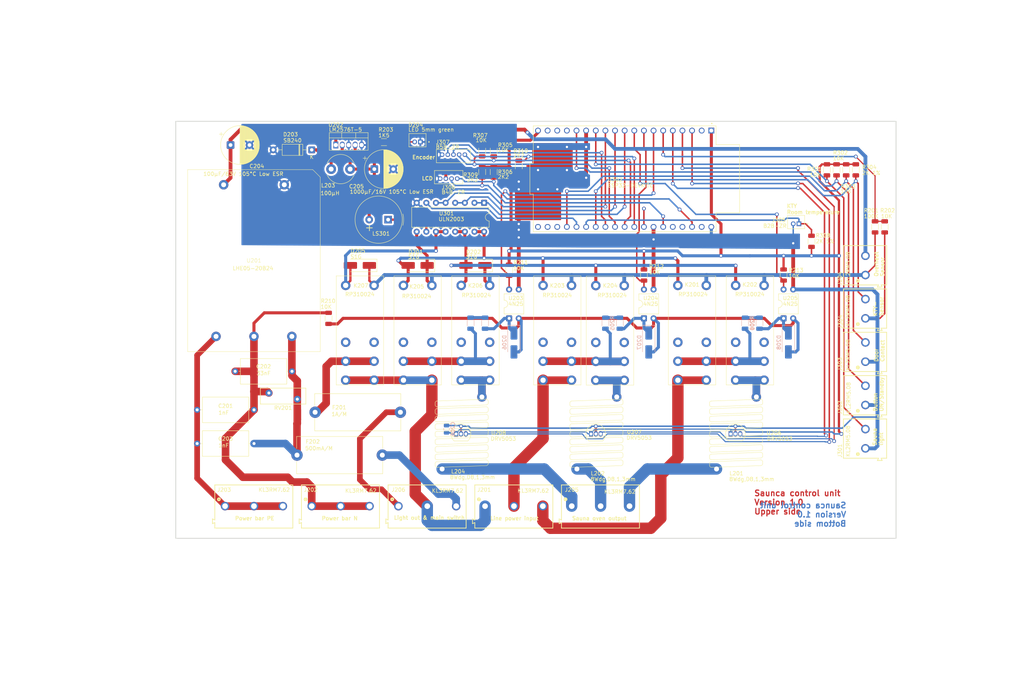
<source format=kicad_pcb>
(kicad_pcb (version 20241229) (generator "pcbnew") (generator_version "9.0")
  (title_block (title "Place Titel In Page Setup") (date "2024-09-26") (rev "0.0.1") (company "Ingenieurbüro für Elektrotechnik") (comment 1 "Dipl.-Ing. Jürgen Eggeling") (comment 2 "Author: Jürgen Eggeling"))
  (layers (0 "F.Cu" signal) (2 "B.Cu" signal) (13 "F.Paste" user) (15 "B.Paste" user) (5 "F.SilkS" user "F.Silkscreen") (7 "B.SilkS" user "B.Silkscreen") (1 "F.Mask" user) (3 "B.Mask" user) (25 "Edge.Cuts" user))
  (net 0 "")
  (net 1 "GND")
  (net 2 "+24V")
  (net 3 "+5V")
  (net 4 "Relais_1")
  (net 5 "Relais_2")
  (net 6 "L1_ON")
  (net 7 "Relais_3")
  (net 8 "Net-(D203-K)")
  (net 9 "N")
  (net 10 "Net-(D204-A)")
  (net 11 "Net-(D206-K)")
  (net 12 "L3")
  (net 13 "/Power distribution part/L1_SW")
  (net 14 "L2")
  (net 15 "/Power distribution part/L2_SW")
  (net 16 "/Power distribution part/L3_SW")
  (net 17 "L1")
  (net 18 "/Power distribution part/L3_OUT")
  (net 19 "/Power distribution part/L1_OUT")
  (net 20 "+3V3")
  (net 21 "PE")
  (net 22 "Door_Contact")
  (net 23 "24VR")
  (net 24 "Net-(D206-A)")
  (net 25 "/Power distribution part/L2_OUT")
  (net 26 "Net-(D207-K)")
  (net 27 "Net-(D208-K)")
  (net 42 "24V_FB")
  (net 43 "Net-(R204-Pad2)")
  (net 44 "/Power distribution part/K202_Out")
  (net 45 "/Power distribution part/K204_Out")
  (net 46 "/Power distribution part/K206_Out")
  (net 47 "Net-(R205-Pad2)")
  (net 48 "Light_OnOff")
  (net 49 "Standby_OnOff")
  (net 50 "L1_Sense")
  (net 51 "L2_Sense")
  (net 52 "L3_Sense")
  (net 53 "SCL")
  (net 54 "SDA")
  (net 55 "Net-(R206-Pad2)")
  (net 56 "I_L1")
  (net 57 "ENC_SWITCH")
  (net 58 "/Controller part/R2_3V3")
  (net 59 "I_L2")
  (net 60 "ENC_DT")
  (net 61 "/Controller part/R3_3V3")
  (net 62 "/Controller part/LCDBL_3V3")
  (net 63 "ENC_CLK")
  (net 64 "/Controller part/R1_3V3")
  (net 65 "I_L3")
  (net 66 "ENC_VCC")
  (net 67 "KTY_Oven")
  (net 68 "KTY_Room")
  (net 69 "Net-(U301-O7)")
  (net 70 "/Controller part/Summer_3V3")
  (net 71 "Net-(F202-Pad2)")
  (net 72 "Net-(F201-Pad1)")
  (net 73 "Light_out")
  (footprint "Package_DIP:DIP-4_W7.62mm" (layer "F.Cu") (at 183.495 98.98 90)
    (property "Reference" "U204")
    (property "Value" "4N25")
  )
  (footprint "Varistor:RV_Disc_D12mm_W4.2mm_P7.5mm" (layer "F.Cu") (at 84.567 118.665)
    (property "Reference" "RV201")
    (property "Value" "275V")
  )
  (footprint "MyConnectors:Terminal_Block_2_RM5.08" (layer "F.Cu") (at 241.92 96.44 90)
    (property "Reference" "J304")
    (property "Value" "KL2RM5.08")
  )
  (footprint "Package_DIP:DIP-16_W7.62mm" (layer "F.Cu") (at 141.336 68.5 -90)
    (property "Reference" "U301")
    (property "Value" "ULN2003")
  )
  (footprint "Package_DIP:DIP-4_W7.62mm" (layer "F.Cu") (at 220.325 98.975 90)
    (property "Reference" "U205")
    (property "Value" "4N25")
  )
  (footprint "MyRelays:Standard_Relay_double Pins" (layer "F.Cu") (at 139.05 102.79 -90)
    (property "Reference" "K206")
    (property "Value" "RP310024")
  )
  (footprint "MyConnectors:Terminal_Block_2_RM5.08" (layer "F.Cu") (at 241.92 119.3 90)
    (property "Reference" "J302")
    (property "Value" "KL2RM5.08")
  )
  (footprint "Package_TO_SOT_THT:TO-92_Inline" (layer "F.Cu") (at 133.97 129.46)
    (property "Reference" "U208")
    (property "Value" "DRV5053")
  )
  (footprint "MyConnectors:Terminal_Block_3_RM7.62" (layer "F.Cu") (at 80.63 148.51)
    (property "Reference" "J203")
    (property "Value" "KL3RM7.62")
  )
  (footprint "MyRelays:Standard_Relay_double Pins" (layer "F.Cu") (at 108.57 102.79 -90)
    (property "Reference" "K207")
    (property "Value" "RP310024")
  )
  (footprint "MyConnectors:Terminal_Block_2_RM5.08" (layer "F.Cu") (at 241.92 107.87 90)
    (property "Reference" "J303")
    (property "Value" "KL2RM5.08")
  )
  (footprint "Resistor_SMD:R_1206_3216Metric" (layer "F.Cu") (at 143.876 60.372 -90)
    (property "Reference" "R306")
    (property "Value" "2K2")
  )
  (footprint "Fuse:Fuseholder_Cylinder-5x20mm_Schurter_0031_8201_Horizontal_Open" (layer "F.Cu") (at 96.759 123.745)
    (property "Reference" "F201")
    (property "Value" "1A/M")
  )
  (footprint "Diode_SMD:D_SMA_Handsoldering" (layer "F.Cu") (at 139.05 85.01 180)
    (property "Reference" "D202")
    (property "Value" "S1G")
  )
  (footprint "Package_TO_SOT_THT:TO-220-5_Vertical" (layer "F.Cu") (at 102.22 53.26)
    (property "Reference" "U202")
    (property "Value" "LM2576T-5")
  )
  (footprint "MyConnectors:Terminal_Block_3_RM7.62" (layer "F.Cu") (at 103.49 148.51)
    (property "Reference" "J202")
    (property "Value" "KL3RM7.62")
  )
  (footprint "SaunaProject:Current_Coil_19X14" (layer "F.Cu") (at 208.9 129.46 90)
    (property "Reference" "L201")
    (property "Value" "8Wdg,D8,1,3mm")
  )
  (footprint "MyConnectors:B4B-ZR" (layer "F.Cu") (at 135.748 63.42 180)
    (property "Reference" "J306")
    (property "Value" "B4B-ZR")
  )
  (footprint "MyConnectors:B2B-ZR" (layer "F.Cu") (at 123.77 51.99)
    (property "Reference" "D204")
    (property "Value" "LED 5mm green")
  )
  (footprint "Buzzer_Beeper:Buzzer_TDK_PS1240P02BT_D12.2mm_H6.5mm" (layer "F.Cu") (at 116.020785 72.945 180)
    (property "Reference" "LS301")
    (property "Value" "Speaker_Crystal")
  )
  (footprint "MountingHole:MountingHole_3.2mm_M3_DIN965" (layer "F.Cu") (at 245 52)
    (property "Reference" "H203" (hide yes))
    (property "Value" "MountingHole")
  )
  (footprint "Capacitor_THT:C_Axial_L12.0mm_D6.5mm_P15.00mm_Horizontal" (layer "F.Cu") (at 75.67 112.95)
    (property "Reference" "C202")
    (property "Value" "33nF")
  )
  (footprint "Diode_THT:D_A-405_P10.16mm_Horizontal" (layer "F.Cu") (at 95.87 54.53 180)
    (property "Reference" "D203")
    (property "Value" "SB240")
  )
  (footprint "Capacitor_THT:CP_Radial_D10.0mm_P5.00mm" (layer "F.Cu") (at 112.38 59.61)
    (property "Reference" "C205")
    (property "Value" "1000µF/16V 105°C Low ESR")
  )
  (footprint "MyConnectors:Terminal_Block_3_RM7.62" (layer "F.Cu") (at 149.21 148.51)
    (property "Reference" "J201")
    (property "Value" "KL3RM7.62")
  )
  (footprint "SaunaProject:Current_Coil_19X14" (layer "F.Cu") (at 136.51 129.46 90)
    (property "Reference" "L204")
    (property "Value" "8Wdg,D8,1,3mm")
  )
  (footprint "Resistor_SMD:R_1206_3216Metric" (layer "F.Cu") (at 143.876 54.784 -90)
    (property "Reference" "R305")
    (property "Value" "10K")
  )
  (footprint "MountingHole:MountingHole_3.2mm_M3_DIN965" (layer "F.Cu") (at 64.12 148.51)
    (property "Reference" "H202" (hide yes))
    (property "Value" "MountingHole")
  )
  (footprint "MyRelays:Standard_Relay_double Pins" (layer "F.Cu") (at 211.44 102.79 -90)
    (property "Reference" "K202")
    (property "Value" "RP310024")
  )
  (footprint "Resistor_SMD:R_1206_3216Metric" (layer "F.Cu") (at 140.828 54.784 -90)
    (property "Reference" "R307")
    (property "Value" "10K")
  )
  (footprint "Resistor_SMD:R_1206_3216Metric" (layer "F.Cu") (at 140.828 60.372 -90)
    (property "Reference" "R309")
    (property "Value" "2K2")
  )
  (footprint "MountingHole:MountingHole_3.2mm_M3_DIN965" (layer "F.Cu") (at 64.12 51.99)
    (property "Reference" "H201" (hide yes))
    (property "Value" "MountingHole")
  )
  (footprint "MyRelays:Standard_Relay_double Pins" (layer "F.Cu") (at 196.2 102.79 -90)
    (property "Reference" "K201")
    (property "Value" "RP310024")
  )
  (footprint "MyConnectors:Terminal_Block_2_RM5.08" (layer "F.Cu") (at 241.92 130.73 90)
    (property "Reference" "J301")
    (property "Value" "KL2RM5.08")
  )
  (footprint "Package_TO_SOT_THT:TO-92_Inline" (layer "F.Cu") (at 169.53 129.46)
    (property "Reference" "U207")
    (property "Value" "DRV5053")
  )
  (footprint "MountingHole:MountingHole_3.2mm_M3_DIN965" (layer "F.Cu") (at 197.47 148.51)
    (property "Reference" "H205" (hide yes))
    (property "Value" "MountingHole")
  )
  (footprint "MyRelays:Standard_Relay_double Pins" (layer "F.Cu") (at 160.64 102.79 -90)
    (property "Reference" "K203")
    (property "Value" "RP310024")
  )
  (footprint "MyRelays:Standard_Relay_double Pins" (layer "F.Cu") (at 123.81 102.79 -90)
    (property "Reference" "K205")
    (property "Value" "RP310024")
  )
  (footprint "Package_DIP:DIP-4_W7.62mm" (layer "F.Cu") (at 147.94 98.98 90)
    (property "Reference" "U203")
    (property "Value" "4N25")
  )
  (footprint "MyConnectors:Terminal_Block_2_RM5.08" (layer "F.Cu") (at 241.92 85.01 90)
    (property "Reference" "J204")
    (property "Value" "KL2RM5.08")
  )
  (footprint "Resistor_SMD:R_1206_3216Metric" (layer "F.Cu") (at 183.5 87.55 90)
    (property "Reference" "R212")
    (property "Value" "10K")
  )
  (footprint "MyConnectors:Terminal_Block_3_RM7.62" (layer "F.Cu") (at 172.07 148.51)
    (property "Reference" "J205")
    (property "Value" "KL3RM7.62")
  )
  (footprint "Capacitor_THT:C_Axial_L12.0mm_D6.5mm_P15.00mm_Horizontal" (layer "F.Cu") (at 65.644 123.11)
    (property "Reference" "C201")
    (property "Value" "1nF")
  )
  (footprint "Resistor_SMD:R_1206_3216Metric" (layer "F.Cu") (at 236.84 59.8025 -90)
    (property "Reference" "R303")
    (property "Value" "10K")
  )
  (footprint "MyConnectors:B5B-ZR" (layer "F.Cu") (at 128.756 54.5)
    (property "Reference" "J307")
    (property "Value" "B5B-ZR")
  )
  (footprint "Resistor_SMD:R_1206_3216Metric" (layer "F.Cu") (at 247 74.85 -90)
    (property "Reference" "R202")
    (property "Value" "10K")
  )
  (footprint "Resistor_SMD:R_1206_3216Metric" (layer "F.Cu") (at 220.33 87.55 90)
    (property "Reference" "R213")
    (property "Value" "10K")
  )
  (footprint "MyConnectors:Terminal_Block_3_RM7.62" (layer "F.Cu") (at 126.35 148.51)
    (property "Reference" "J206")
    (property "Value" "KL3RM7.62")
  )
  (footprint "Resistor_SMD:R_1206_3216Metric" (layer "F.Cu") (at 114.92 52.498)
    (property "Reference" "R203")
    (property "Value" "1K5")
  )
  (footprint "Inductor_THT:L_Radial_D7.5mm_P5.00mm_Fastron_07P" (layer "F.Cu") (at 100.99 59.61)
    (property "Reference" "L203")
    (property "Value" "100µH")
  )
  (footprint "MyConnectors:B2B-ZR" (layer "F.Cu") (at 223.632 73.58)
    (property "Reference" "J305")
    (property "Value" "B2B-ZR")
  )
  (footprint "Resistor_SMD:R_1206_3216Metric" (layer "F.Cu") (at 239.38 59.8025 -90)
    (property "Reference" "R304")
    (property "Value" "2K 1%")
  )
  (footprint "Resistor_SMD:R_1206_3216Metric" (layer "F.Cu") (at 234.3 59.8025 -90)
    (property "Reference" "R302")
    (property "Value" "10K")
  )
  (footprint "Fuse:Fuseholder_Cylinder-5x20mm_Schurter_0031_8201_Horizontal_Open" (layer "F.Cu") (at 91.986 135.048)
    (property "Reference" "F202")
    (property "Value" "500mA/M")
  )
  (footprint "Resistor_SMD:R_1206_3216Metric" (layer "F.Cu") (at 231.76 59.8025 -90)
    (property "Reference" "R301")
    (property "Value" "10K")
  )
  (footprint "Resistor_SMD:R_1206_3216Metric" (layer "F.Cu") (at 227.696 78.66 90)
    (property "Reference" "R308")
    (property "Value" "2K 1%")
  )
  (footprint "Diode_SMD:D_SMA_Handsoldering" (layer "F.Cu") (at 123.81 85.01 180)
    (property "Reference" "D201")
    (property "Value" "S1G")
  )
  (footprint "MountingHole:MountingHole_3.2mm_M3_DIN965" (layer "F.Cu") (at 245 148.51)
    (property "Reference" "H204" (hide yes))
    (property "Value" "MountingHole")
  )
  (footprint "SaunaProject:Current_Coil_19X14" (layer "F.Cu") (at 172.07 129.46 90)
    (property "Reference" "L202")
    (property "Value" "8Wdg,D8,1,3mm")
  )
  (footprint "Resistor_SMD:R_1206_3216Metric" (layer "F.Cu") (at 244.46 74.85 90)
    (property "Reference" "R201")
    (property "Value" "100K")
  )
  (footprint "MyRelays:Standard_Relay_double Pins" (layer "F.Cu") (at 174.55 102.83 -90)
    (property "Reference" "K204")
    (property "Value" "RP310024")
  )
  (footprint "Resistor_SMD:R_1206_3216Metric" (layer "F.Cu") (at 147.94 86.28 90)
    (property "Reference" "R211")
    (property "Value" "10K")
  )
  (footprint "MyESP32:ESP32_DevKit_V4" (layer "F.Cu") (at 178.42 62.15 -90)
    (property "Reference" "U302")
    (property "Value" "ESP32-DEVKITC")
  )
  (footprint "Resistor_SMD:R_1206_3216Metric" (layer "F.Cu") (at 150.48 58.848 90)
    (property "Reference" "R310")
    (property "Value" "2K2")
  )
  (footprint "Diode_SMD:D_SMA_Handsoldering" (layer "F.Cu") (at 108.57 85.01 180)
    (property "Reference" "D205")
    (property "Value" "S1G")
  )
  (footprint "Capacitor_THT:C_Axial_L12.0mm_D6.5mm_P15.00mm_Horizontal" (layer "F.Cu") (at 65.644 132)
    (property "Reference" "C203")
    (property "Value" "1nF")
  )
  (footprint "Package_TO_SOT_THT:TO-92_Inline" (layer "F.Cu") (at 206.36 129.46)
    (property "Reference" "U206")
    (property "Value" "DRV5053")
  )
  (footprint "Resistor_SMD:R_1206_3216Metric" (layer "F.Cu") (at 100.315 98.98 -90)
    (property "Reference" "R210")
    (property "Value" "10K")
  )
  (footprint "Mornsun_ACDC:LHE05-20B24" (layer "F.Cu") (at 80.63 83.74 90)
    (property "Reference" "U201")
    (property "Value" "LHE05-20B24")
  )
  (footprint "Capacitor_THT:CP_Radial_D10.0mm_P5.00mm" (layer "F.Cu") (at 74.452323 53.26)
    (property "Reference" "C204")
    (property "Value" "100µF/63V 105°C Low ESR")
  )
  (footprint "Diode_SMD:D_SMA_Handsoldering" (layer "B.Cu") (at 149.21 105.33 -90)
    (property "Reference" "D206")
    (property "Value" "S1G")
  )
  (footprint "Resistor_SMD:R_1206_3216Metric" (layer "B.Cu") (at 141.59 100.25 -90)
    (property "Reference" "R207" (hide yes))
    (property "Value" "100K" (hide yes))
  )
  (footprint "Resistor_SMD:R_1206_3216Metric" (layer "B.Cu") (at 210.17 100.25 90)
    (property "Reference" "R206")
    (property "Value" "100K")
  )
  (footprint "Diode_SMD:D_SMA_Handsoldering" (layer "B.Cu") (at 184.77 105.33 -90)
    (property "Reference" "D207")
    (property "Value" "S1G")
  )
  (footprint "Resistor_SMD:R_1206_3216Metric" (layer "B.Cu") (at 213.98 100.25 -90)
    (property "Reference" "R209")
    (property "Value" "100k")
  )
  (footprint "Resistor_SMD:R_1206_3216Metric" (layer "B.Cu") (at 177.15 100.25 -90)
    (property "Reference" "R208" (hide yes))
    (property "Value" "100K" (hide yes))
  )
  (footprint "Capacitor_SMD:C_0805_2012Metric" (layer "B.Cu") (at 131.43 128.19 90)
    (property "Reference" "C206")
    (property "Value" "100nF")
  )
  (footprint "Resistor_SMD:R_1206_3216Metric" (layer "B.Cu") (at 173.34 100.25 90)
    (property "Reference" "R205")
    (property "Value" "100K")
  )
  (footprint "Resistor_SMD:R_1206_3216Metric" (layer "B.Cu") (at 137.78 100.25 90)
    (property "Reference" "R204" (hide yes))
    (property "Value" "100K" (hide yes))
  )
  (footprint "Diode_SMD:D_SMA_Handsoldering" (layer "B.Cu") (at 221.6 105.33 -90)
    (property "Reference" "D208")
    (property "Value" "S1G")
  )
  (gr_rect (start 60 47) (end 250 157) (stroke (width 0.2)) (fill no) (layer "Edge.Cuts"))
  (gr_text "Saunca control unit\nVersion 1.0\nUpper side" (at 212.456 150.796 0) (layer "F.Cu") (effects (font (size 1.5 1.5) (thickness 0.3) (bold yes)) (justify left bottom)))
  (gr_text "Saunca control unit\nVersion 1.0\nBottom side" (at 237 154 -0) (layer "B.Cu") (effects (font (size 1.5 1.5) (thickness 0.3) (bold yes)) (justify left bottom mirror)))
  (gr_text "Sauna\nlight" (at 246.619 132.635 90) (layer "F.SilkS") (effects (font (size 1 1) (thickness 0.2) (bold yes)) (justify left bottom)))
  (gr_text "Power bar N" (at 98.41 152.32 0) (layer "F.SilkS") (effects (font (size 1 1) (thickness 0.2) (bold yes)) (justify left bottom)))
  (gr_text "Door\nContact" (at 247 110.537 90) (layer "F.SilkS") (effects (font (size 1 1) (thickness 0.2) (bold yes)) (justify left bottom)))
  (gr_text "Sauna oven output" (at 164.45 152.32 0) (layer "F.SilkS") (effects (font (size 1 1) (thickness 0.2) (bold yes)) (justify left bottom)))
  (gr_text "KTY\nRoom temperature" (at 221.092 71.548 0) (layer "F.SilkS") (effects (font (size 1 1) (thickness 0.2) (bold yes)) (justify left bottom)))
  (gr_text "KTY-\nSensor" (at 246.746 98.472 90) (layer "F.SilkS") (effects (font (size 1 1) (thickness 0.2) (bold yes)) (justify left bottom)))
  (gr_text "Line power input" (at 142.86 152.32 0) (layer "F.SilkS") (effects (font (size 1 1) (thickness 0.2) (bold yes)) (justify left bottom)))
  (gr_text "LCD" (at 124.826 62.658 0) (layer "F.SilkS") (effects (font (size 1 1) (thickness 0.2) (bold yes)) (justify left bottom)))
  (gr_text "Button\nON/Standby" (at 246.746 123.618 90) (layer "F.SilkS") (effects (font (size 1 1) (thickness 0.2) (bold yes)) (justify left bottom)))
  (gr_text "Encoder" (at 122.286 57.07 0) (layer "F.SilkS") (effects (font (size 1 1) (thickness 0.2) (bold yes)) (justify left bottom)))
  (gr_text "Power bar PE" (at 75.55 152.32 0) (layer "F.SilkS") (effects (font (size 1 1) (thickness 0.2) (bold yes)) (justify left bottom)))
  (gr_text "Overheat\nSensor" (at 247 88.058 90) (layer "F.SilkS") (effects (font (size 1 1) (thickness 0.2) (bold yes)) (justify left bottom)))
  (gr_text "+" (at 109.713 76.12 0) (layer "F.SilkS") (effects (font (size 2 2) (thickness 0.2)) (justify left bottom)))
  (gr_text "Light out & main switch" (at 117.46 152.15 0) (layer "F.SilkS") (effects (font (size 1 1) (thickness 0.2) (bold yes)) (justify left bottom)))
  (segment (start 150.48 75.612) (end 150.48 77.644) (width 1) (layer "F.Cu") (net 1))
  (segment (start 150.48 75.612) (end 150.48 74.088) (width 1) (layer "F.Cu") (net 1))
  (segment (start 150.48 70.024) (end 150.48 74.088) (width 1) (layer "F.Cu") (net 1))
  (segment (start 150.48 77.644) (end 150.48 91.36) (width 1) (layer "F.Cu") (net 1))
  (segment (start 207.63 129.46) (end 207.63 127.428) (width 0.4) (layer "F.Cu") (net 1))
  (segment (start 245.73 98.98) (end 247 97.71) (width 0.4) (layer "F.Cu") (net 1))
  (segment (start 168.25 61.886) (end 168.26 61.896) (width 1) (layer "F.Cu") (net 1))
  (segment (start 222.865 79.173) (end 222.87 79.168) (width 1) (layer "F.Cu") (net 1))
  (segment (start 135.24 127.428) (end 135.24 129.46) (width 0.4) (layer "F.Cu") (net 1))
  (segment (start 168.25 49.45) (end 168.25 53.768) (width 1) (layer "F.Cu") (net 1))
  (segment (start 222.865 91.355) (end 222.865 79.173) (width 1) (layer "F.Cu") (net 1))
  (segment (start 170.8 129.46) (end 170.8 127.428) (width 0.6) (layer "F.Cu") (net 1))
  (segment (start 241.92 98.98) (end 245.73 98.98) (width 0.4) (layer "F.Cu") (net 1))
  (segment (start 186.03 74.85) (end 186.03 78.142) (width 1) (layer "F.Cu") (net 1))
  (segment (start 186.035 91.36) (end 186.035 78.157) (width 1) (layer "F.Cu") (net 1))
  (segment (start 186.035 78.157) (end 186.04 78.152) (width 1) (layer "F.Cu") (net 1))
  (segment (start 186.03 78.142) (end 186.04 78.152) (width 1) (layer "F.Cu") (net 1))
  (segment (start 168.25 53.768) (end 168.25 61.886) (width 1) (layer "F.Cu") (net 1))
  (segment (start 247 97.71) (end 247 76.3125) (width 0.4) (layer "F.Cu") (net 1))
  (via (at 155.56 59.864) (size 1) (drill 0.6) (layers "F.Cu" "B.Cu") (net 1))
  (via (at 222.87 79.168) (size 1) (drill 0.6) (layers "F.Cu" "B.Cu") (net 1))
  (via (at 207.63 127.428) (size 1) (drill 0.6) (layers "F.Cu" "B.Cu") (net 1))
  (via (at 135.24 127.428) (size 1) (drill 0.6) (layers "F.Cu" "B.Cu") (net 1))
  (via (at 168.25 53.768) (size 1) (drill 0.6) (layers "F.Cu" "B.Cu") (net 1))
  (via (at 150.48 64.944) (size 1) (drill 0.6) (layers "F.Cu" "B.Cu") (net 1))
  (via (at 150.48 75.612) (size 1) (drill 0.6) (layers "F.Cu" "B.Cu") (net 1))
  (via (at 168.26 61.896) (size 1) (drill 0.6) (layers "F.Cu" "B.Cu") (net 1))
  (via (at 170.8 127.428) (size 1) (drill 0.6) (layers "F.Cu" "B.Cu") (net 1))
  (via (at 155.56 53.768) (size 1) (drill 0.6) (layers "F.Cu" "B.Cu") (net 1))
  (via (at 155.56 64.944) (size 1) (drill 0.6) (layers "F.Cu" "B.Cu") (net 1))
  (via (at 150.48 77.644) (size 1) (drill 0.6) (layers "F.Cu" "B.Cu") (net 1))
  (via (at 160.64 64.944) (size 1) (drill 0.6) (layers "F.Cu" "B.Cu") (net 1))
  (via (at 150.48 74.088) (size 1) (drill 0.6) (layers "F.Cu" "B.Cu") (net 1))
  (via (at 163.18 59.864) (size 1) (drill 0.6) (layers "F.Cu" "B.Cu") (net 1))
  (via (at 186.04 78.152) (size 1) (drill 0.6) (layers "F.Cu" "B.Cu") (net 1))
  (via (at 163.18 53.768) (size 1) (drill 0.6) (layers "F.Cu" "B.Cu") (net 1))
  (via (at 150.48 62.912) (size 1) (drill 0.6) (layers "F.Cu" "B.Cu") (net 1))
  (segment (start 243.82 91.355) (end 245.095 92.63) (width 1) (layer "B.Cu") (net 1))
  (segment (start 201.27 74.85) (end 201.27 78.65) (width 0.8) (layer "B.Cu") (net 1))
  (segment (start 222.865 91.355) (end 243.82 91.355) (width 1) (layer "B.Cu") (net 1))
  (segment (start 137.272 127.428) (end 137.78 127.936) (width 0.4) (layer "B.Cu") (net 1))
  (segment (start 238.745 125.015) (end 245.095 125.015) (width 0.4) (layer "B.Cu") (net 1))
  (segment (start 207.63 127.428) (end 170.8 127.428) (width 0.4) (layer "B.Cu") (net 1))
  (segment (start 169.784 127.428) (end 170.8 127.428) (width 0.4) (layer "B.Cu") (net 1))
  (segment (start 241.92 121.84) (end 245.095 121.84) (width 1) (layer "B.Cu") (net 1))
  (segment (start 135.24 127.428) (end 137.272 127.428) (width 0.4) (layer "B.Cu") (net 1))
  (segment (start 137.78 127.936) (end 169.276 127.936) (width 0.4) (layer "B.Cu") (net 1))
  (segment (start 131.43 127.24) (end 135.052 127.24) (width 0.4) (layer "B.Cu") (net 1))
  (segment (start 245.095 98.98) (end 244.46 98.98) (width 1) (layer "B.Cu") (net 1))
  (segment (start 222.882 76.894) (end 223.124 77.136) (width 0.4) (layer "B.Cu") (net 1))
  (segment (start 207.63 127.428) (end 209.916 127.428) (width 0.4) (layer "B.Cu") (net 1))
  (segment (start 201.28 78.66) (end 201.27 78.65) (width 0.8) (layer "B.Cu") (net 1))
  (segment (start 186.04 79.294998) (end 186.04 78.152) (width 1) (layer "B.Cu") (net 1))
  (segment (start 135.052 127.24) (end 135.24 127.428) (width 0.4) (layer "B.Cu") (net 1))
  (segment (start 209.916 127.428) (end 210.424 127.936) (width 0.4) (layer "B.Cu") (net 1))
  (segment (start 244.46 133.27) (end 245.095 132.635) (width 1) (layer "B.Cu") (net 1))
  (segment (start 245.095 110.41) (end 245.095 98.98) (width 1) (layer "B.Cu") (net 1))
  (segment (start 245.095 132.635) (end 245.095 125.015) (width 1) (layer "B.Cu") (net 1))
  (segment (start 244.46 98.98) (end 241.92 98.98) (width 1) (layer "B.Cu") (net 1))
  (segment (start 169.276 127.936) (end 169.784 127.428) (width 0.4) (layer "B.Cu") (net 1))
  (segment (start 241.92 110.41) (end 245.095 110.41) (width 1) (layer "B.Cu") (net 1))
  (segment (start 222.882 74.03) (end 222.882 76.894) (width 0.4) (layer "B.Cu") (net 1))
  (segment (start 245.095 121.84) (end 245.095 110.41) (width 1) (layer "B.Cu") (net 1))
  (segment (start 245.095 125.015) (end 245.095 121.84) (width 1) (layer "B.Cu") (net 1))
  (segment (start 245.095 92.63) (end 245.095 98.98) (width 1) (layer "B.Cu") (net 1))
  (segment (start 235.824 127.936) (end 238.745 125.015) (width 0.4) (layer "B.Cu") (net 1))
  (segment (start 241.92 133.27) (end 244.46 133.27) (width 1) (layer "B.Cu") (net 1))
  (segment (start 186.040002 79.295) (end 186.04 79.294998) (width 1) (layer "B.Cu") (net 1))
  (segment (start 210.424 127.936) (end 235.824 127.936) (width 0.4) (layer "B.Cu") (net 1))
  (segment (start 102.22 49.45) (end 102.22 53.26) (width 0.8) (layer "F.Cu") (net 2))
  (segment (start 74.452323 61.917677) (end 72.63 63.74) (width 1) (layer "F.Cu") (net 2))
  (segment (start 102.474 49.196) (end 152.004 49.196) (width 1) (layer "F.Cu") (net 2))
  (segment (start 74.452323 51.817677) (end 77.074 49.196) (width 1) (layer "F.Cu") (net 2))
  (segment (start 74.452323 53.26) (end 74.452323 51.817677) (width 1) (layer "F.Cu") (net 2))
  (segment (start 152.004 49.196) (end 152.766 49.958) (width 1) (layer "F.Cu") (net 2))
  (segment (start 77.074 49.196) (end 101.966 49.196) (width 1) (layer "F.Cu") (net 2))
  (segment (start 101.966 49.196) (end 102.22 49.45) (width 0.8) (layer "F.Cu") (net 2))
  (segment (start 102.22 49.45) (end 102.474 49.196) (width 0.8) (layer "F.Cu") (net 2))
  (segment (start 74.452323 53.26) (end 74.452323 61.917677) (width 1) (layer "F.Cu") (net 2))
  (via (at 152.766 49.958) (size 1) (drill 0.6) (layers "F.Cu" "B.Cu") (net 2))
  (segment (start 152.766 49.958) (end 154.544 51.736) (width 1) (layer "B.Cu") (net 2))
  (segment (start 175.88 54.276) (end 239.888 54.276) (width 1) (layer "B.Cu") (net 2))
  (segment (start 239.888 54.276) (end 241.92 56.308) (width 1) (layer "B.Cu") (net 2))
  (segment (start 173.34 51.736) (end 175.88 54.276) (width 1) (layer "B.Cu") (net 2))
  (segment (start 241.92 56.308) (end 241.92 82.47) (width 1) (layer "B.Cu") (net 2))
  (segment (start 154.544 51.736) (end 173.34 51.736) (width 1) (layer "B.Cu") (net 2))
  (segment (start 131.248 62.12) (end 131.248 60.952) (width 0.8) (layer "F.Cu") (net 3))
  (segment (start 105.99 57.11) (end 105.99 59.61) (width 0.8) (layer "F.Cu") (net 3))
  (segment (start 113.4575 53.4525) (end 112.38 54.53) (width 0.8) (layer "F.Cu") (net 3))
  (segment (start 111.020785 68.970215) (end 111.11 68.881) (width 0.4) (layer "F.Cu") (net 3))
  (segment (start 111.020785 72.945) (end 111.020785 68.970215) (width 0.8) (layer "F.Cu") (net 3))
  (segment (start 129.906 51.99) (end 127.62 54.276) (width 0.8) (layer "F.Cu") (net 3))
  (segment (start 112.38 54.53) (end 112.38 57.324) (width 0.8) (layer "F.Cu") (net 3))
  (segment (start 155.55 49.45) (end 155.55 49.968) (width 0.8) (layer "F.Cu") (net 3))
  (segment (start 112.38 57.324) (end 112.38 59.61) (width 0.8) (layer "F.Cu") (net 3))
  (segment (start 107.32 55.78) (end 105.99 57.11) (width 0.8) (layer "F.Cu") (net 3))
  (segment (start 112.38 59.61) (end 112.38 67.611) (width 0.8) (layer "F.Cu") (net 3))
  (segment (start 127.62 54.276) (end 127.62 57.324) (width 0.8) (layer "F.Cu") (net 3))
  (segment (start 127.62 57.324) (end 112.38 57.324) (width 0.8) (layer "F.Cu") (net 3))
  (segment (start 131.248 60.952) (end 127.62 57.324) (width 0.8) (layer "F.Cu") (net 3))
  (segment (start 155.55 49.968) (end 153.528 51.99) (width 0.8) (layer "F.Cu") (net 3))
  (segment (start 107.32 53.26) (end 107.32 55.78) (width 0.8) (layer "F.Cu") (net 3))
  (segment (start 113.4575 52.498) (end 113.4575 53.4525) (width 0.8) (layer "F.Cu") (net 3))
  (segment (start 112.38 67.611) (end 111.11 68.881) (width 0.8) (layer "F.Cu") (net 3))
  (segment (start 112.38 59.61) (end 105.99 59.61) (width 0.8) (layer "F.Cu") (net 3))
  (segment (start 153.528 51.99) (end 129.906 51.99) (width 0.8) (layer "F.Cu") (net 3))
  (segment (start 121.31 89.04) (end 120.06 90.29) (width 0.8) (layer "F.Cu") (net 4))
  (segment (start 121.31 85.01) (end 121.31 89.04) (width 0.8) (layer "F.Cu") (net 4))
  (segment (start 156.89 83.165) (end 156.83 83.105) (width 0.6) (layer "F.Cu") (net 4))
  (segment (start 121.31 85.01) (end 120 85.01) (width 0.8) (layer "F.Cu") (net 4))
  (segment (start 120 85.01) (end 118.73 83.74) (width 0.8) (layer "F.Cu") (net 4))
  (segment (start 192.45 83.8) (end 191.755 83.105) (width 0.8) (layer "F.Cu") (net 4))
  (segment (start 192.45 90.29) (end 192.45 83.8) (width 0.8) (layer "F.Cu") (net 4))
  (segment (start 141.336 76.12) (end 141.336 83.105) (width 0.8) (layer "F.Cu") (net 4))
  (segment (start 156.89 90.29) (end 156.89 83.165) (width 0.8) (layer "F.Cu") (net 4))
  (segment (start 138.796 76.12) (end 141.336 76.12) (width 0.8) (layer "F.Cu") (net 4))
  (via (at 156.83 83.105) (size 1) (drill 0.6) (layers "F.Cu" "B.Cu") (net 4))
  (via (at 191.755 83.105) (size 1) (drill 0.6) (layers "F.Cu" "B.Cu") (net 4))
  (via (at 141.336 83.105) (size 1) (drill 0.6) (layers "F.Cu" "B.Cu") (net 4))
  (via (at 118.73 83.74) (size 1) (drill 0.6) (layers "F.Cu" "B.Cu") (net 4))
  (segment (start 191.755 83.105) (end 156.83 83.105) (width 0.8) (layer "B.Cu") (net 4))
  (segment (start 119.365 83.105) (end 141.336 83.105) (width 0.8) (layer "B.Cu") (net 4))
  (segment (start 141.336 83.105) (end 156.83 83.105) (width 0.8) (layer "B.Cu") (net 4))
  (segment (start 118.73 83.74) (end 119.365 83.105) (width 0.8) (layer "B.Cu") (net 4))
  (segment (start 136.55 89.04) (end 135.3 90.29) (width 0.8) (layer "F.Cu") (net 5))
  (segment (start 133.716 76.12) (end 136.256 76.12) (width 0.8) (layer "F.Cu") (net 5))
  (segment (start 136.256 79.422) (end 136.256 76.12) (width 0.8) (layer "F.Cu") (net 5))
  (segment (start 136.55 85.01) (end 136.55 79.716) (width 0.8) (layer "F.Cu") (net 5))
  (segment (start 136.55 79.716) (end 136.256 79.422) (width 0.8) (layer "F.Cu") (net 5))
  (segment (start 136.55 85.01) (end 136.55 89.04) (width 0.8) (layer "F.Cu") (net 5))
  (segment (start 170.8 90.33) (end 170.8 85.01) (width 0.8) (layer "F.Cu") (net 5))
  (segment (start 132.7 85.01) (end 136.55 85.01) (width 0.8) (layer "F.Cu") (net 5))
  (segment (start 207.69 90.29) (end 207.690001 85.070001) (width 0.8) (layer "F.Cu") (net 5))
  (via (at 207.690001 85.070001) (size 1) (drill 0.6) (layers "F.Cu" "B.Cu") (net 5))
  (via (at 132.7 85.01) (size 1) (drill 0.6) (layers "F.Cu" "B.Cu") (net 5))
  (via (at 170.8 85.01) (size 1) (drill 0.6) (layers "F.Cu" "B.Cu") (net 5))
  (segment (start 207.63 85.01) (end 207.690001 85.070001) (width 0.6) (layer "B.Cu") (net 5))
  (segment (start 170.8 85.01) (end 207.63 85.01) (width 0.8) (layer "B.Cu") (net 5))
  (segment (start 170.8 85.01) (end 132.7 85.01) (width 0.8) (layer "B.Cu") (net 5))
  (segment (start 90.63 103.74) (end 90.63 112.91) (width 2) (layer "F.Cu") (net 6))
  (segment (start 92.06 115.49) (end 92.06 125.65) (width 2) (layer "F.Cu") (net 6))
  (segment (start 92.06 125.65) (end 92.06 123.11) (width 2) (layer "F.Cu") (net 6))
  (segment (start 90.67 112.95) (end 90.67 114.1) (width 2) (layer "F.Cu") (net 6))
  (segment (start 91.986 126.74) (end 91.986 135.048) (width 2) (layer "F.Cu") (net 6))
  (segment (start 92.06 125.65) (end 92.06 126.666) (width 2) (layer "F.Cu") (net 6))
  (segment (start 90.67 114.1) (end 92.06 115.49) (width 2) (layer "F.Cu") (net 6))
  (segment (start 90.63 112.91) (end 90.67 112.95) (width 2) (layer "F.Cu") (net 6))
  (segment (start 92.06 126.666) (end 91.986 126.74) (width 2) (layer "F.Cu") (net 6))
  (segment (start 88.938 132) (end 91.986 135.048) (width 2) (layer "B.Cu") (net 6))
  (segment (start 80.644 132) (end 88.938 132) (width 2) (layer "B.Cu") (net 6))
  (segment (start 131.176 76.12) (end 128.636 76.12) (width 0.8) (layer "F.Cu") (net 7))
  (segment (start 106.07 89.04) (end 104.82 90.29) (width 0.6) (layer "F.Cu") (net 7))
  (segment (start 106.07 85.01) (end 106.07 89.04) (width 0.6) (layer "F.Cu") (net 7))
  (segment (start 128.636 76.12) (end 128.636 81.2) (width 0.8) (layer "F.Cu") (net 7))
  (via (at 128.636 81.2) (size 1) (drill 0.6) (layers "F.Cu" "B.Cu") (net 7))
  (segment (start 104.82 82.53) (end 104.82 90.29) (width 0.8) (layer "B.Cu") (net 7))
  (segment (start 125.08 81.2) (end 106.03 81.2) (width 0.8) (layer "B.Cu") (net 7))
  (segment (start 125.08 81.2) (end 128.636 81.2) (width 0.8) (layer "B.Cu") (net 7))
  (segment (start 106.03 81.2) (end 104.76 82.47) (width 0.8) (layer "B.Cu") (net 7))
  (segment (start 104.76 82.47) (end 104.82 82.53) (width 0.8) (layer "B.Cu") (net 7))
  (segment (start 95.87 54.53) (end 97.14 54.53) (width 0.8) (layer "F.Cu") (net 8))
  (segment (start 103.92 53.26) (end 103.92 55.624) (width 0.8) (layer "F.Cu") (net 8))
  (segment (start 97.14 54.53) (end 99.68 57.07) (width 0.8) (layer "F.Cu") (net 8))
  (segment (start 100.95 57.07) (end 100.99 57.11) (width 0.8) (layer "F.Cu") (net 8))
  (segment (start 102.474 57.07) (end 100.95 57.07) (width 0.8) (layer "F.Cu") (net 8))
  (segment (start 100.99 57.11) (end 100.99 59.61) (width 0.8) (layer "F.Cu") (net 8))
  (segment (start 103.92 55.624) (end 102.474 57.07) (width 0.8) (layer "F.Cu") (net 8))
  (segment (start 99.68 57.07) (end 100.95 57.07) (width 0.8) (layer "F.Cu") (net 8))
  (segment (start 95.87 148.51) (end 103.49 148.51) (width 2) (layer "F.Cu") (net 9))
  (segment (start 80.644 113.98) (end 80.644 118.284) (width 2) (layer "F.Cu") (net 9))
  (segment (start 103.49 148.51) (end 111.11 148.51) (width 2) (layer "F.Cu") (net 9))
  (segment (start 89.52 140.89) (end 90.79 142.16) (width 2) (layer "F.Cu") (net 9))
  (segment (start 80.63 113.966) (end 80.644 113.98) (width 2) (layer "F.Cu") (net 9))
  (segment (start 95.87 143.43) (end 95.87 148.51) (width 2) (layer "F.Cu") (net 9))
  (segment (start 80.644 123.11) (end 80.63 123.11) (width 2) (layer "F.Cu") (net 9))
  (segment (start 84.186 118.284) (end 80.644 118.284) (width 2) (layer "F.Cu") (net 9))
  (segment (start 80.63 100.25) (end 80.63 103.74) (width 0.8) (layer "F.Cu") (net 9))
  (segment (start 75.67 112.95) (end 80.63 112.95) (width 2) (layer "F.Cu") (net 9))
  (segment (start 83.3625 97.5175) (end 80.63 100.25) (width 0.8) (layer "F.Cu") (net 9))
  (segment (start 80.63 123.11) (end 73.137 130.603) (width 2) (layer "F.Cu") (net 9))
  (segment (start 80.644 118.284) (end 80.644 123.11) (width 2) (layer "F.Cu") (net 9))
  (segment (start 94.6 142.16) (end 95.87 143.43) (width 2) (layer "F.Cu") (net 9))
  (segment (start 77.709 140.89) (end 89.52 140.89) (width 2) (layer "F.Cu") (net 9))
  (segment (start 100.315 97.5175) (end 83.3625 97.5175) (width 0.8) (layer "F.Cu") (net 9))
  (segment (start 73.137 136.318) (end 77.709 140.89) (width 2) (layer "F.Cu") (net 9))
  (segment (start 90.79 142.16) (end 94.6 142.16) (width 2) (layer "F.Cu") (net 9))
  (segment (start 80.63 112.95) (end 80.63 113.966) (width 2) (layer "F.Cu") (net 9))
  (segment (start 73.137 130.603) (end 73.137 136.318) (width 2) (layer "F.Cu") (net 9))
  (segment (start 80.63 103.74) (end 80.63 112.95) (width 2) (layer "F.Cu") (net 9))
  (segment (start 84.567 118.665) (end 84.186 118.284) (width 2) (layer "F.Cu") (net 9))
  (segment (start 123.02 52.44) (end 116.4405 52.44) (width 0.4) (layer "F.Cu") (net 10))
  (segment (start 116.4405 52.44) (end 116.3825 52.498) (width 0.4) (layer "F.Cu") (net 10))
  (segment (start 143.9375 101.7125) (end 146.67 98.98) (width 0.8) (layer "B.Cu") (net 11))
  (segment (start 141.59 101.7125) (end 143.9375 101.7125) (width 0.8) (layer "B.Cu") (net 11))
  (segment (start 146.67 98.98) (end 147.94 98.98) (width 0.8) (layer "B.Cu") (net 11))
  (segment (start 147.94 98.98) (end 147.94 101.56) (width 0.8) (layer "B.Cu") (net 11))
  (segment (start 147.94 101.56) (end 149.21 102.83) (width 0.8) (layer "B.Cu") (net 11))
  (segment (start 192.45 115.29) (end 199.95 115.29) (width 2) (layer "F.Cu") (net 12))
  (segment (start 156.83 152.32) (end 158.862 154.352) (width 3) (layer "F.Cu") (net 12))
  (segment (start 158.862 154.352) (end 185.278 154.352) (width 3) (layer "F.Cu") (net 12))
  (segment (start 156.83 148.51) (end 156.83 152.32) (width 3) (layer "F.Cu") (net 12))
  (segment (start 185.278 154.352) (end 187.945 151.685) (width 3) (layer "F.Cu") (net 12))
  (segment (start 187.945 140.255) (end 192.45 135.75) (width 3) (layer "F.Cu") (net 12))
  (segment (start 187.945 151.685) (end 187.945 140.255) (width 3) (layer "F.Cu") (net 12))
  (segment (start 192.45 135.75) (end 192.45 115.29) (width 3) (layer "F.Cu") (net 12))
  (segment (start 135.3 110.29) (end 142.8 110.29) (width 2) (layer "F.Cu") (net 13))
  (segment (start 120.06 110.29) (end 127.56 110.29) (width 2) (layer "F.Cu") (net 13))
  (segment (start 127.56 110.29) (end 135.3 110.29) (width 2) (layer "F.Cu") (net 13))
  (segment (start 142.8 110.29) (end 139.05 110.29) (width 2) (layer "B.Cu") (net 13))
  (segment (start 139.05 102.9825) (end 139.05 110.29) (width 0.8) (layer "B.Cu") (net 13))
  (segment (start 139.05 110.29) (end 135.3 110.29) (width 2) (layer "B.Cu") (net 13))
  (segment (start 137.78 101.7125) (end 139.05 102.9825) (width 0.8) (layer "B.Cu") (net 13))
  (segment (start 149.21 138.35) (end 149.21 148.51) (width 3) (layer "F.Cu") (net 14))
  (segment (start 156.89 115.29) (end 156.89 130.67) (width 3) (layer "F.Cu") (net 14))
  (segment (start 156.89 115.29) (end 164.39 115.29) (width 2) (layer "F.Cu") (net 14))
  (segment (start 156.89 130.67) (end 149.21 138.35) (width 3) (layer "F.Cu") (net 14))
  (segment (start 164.39 110.29) (end 170.76 110.29) (width 2) (layer "F.Cu") (net 15))
  (segment (start 170.8 110.33) (end 178.3 110.33) (width 2) (layer "F.Cu") (net 15))
  (segment (start 156.89 110.29) (end 164.39 110.29) (width 2) (layer "F.Cu") (net 15))
  (segment (start 170.76 110.29) (end 170.8 110.33) (width 2) (layer "F.Cu") (net 15))
  (segment (start 174.61 110.33) (end 170.8 110.33) (width 2) (layer "B.Cu") (net 15))
  (segment (start 178.3 110.33) (end 174.61 110.33) (width 2) (layer "B.Cu") (net 15))
  (segment (start 173.34 101.7125) (end 174.61 102.9825) (width 0.8) (layer "B.Cu") (net 15))
  (segment (start 174.61 102.9825) (end 174.61 110.33) (width 0.8) (layer "B.Cu") (net 15))
  (segment (start 207.69 110.29) (end 215.19 110.29) (width 2) (layer "F.Cu") (net 16))
  (segment (start 199.95 110.29) (end 207.69 110.29) (width 2) (layer "F.Cu") (net 16))
  (segment (start 192.45 110.29) (end 199.95 110.29) (width 2) (layer "F.Cu") (net 16))
  (segment (start 210.17 101.7125) (end 211.44 102.9825) (width 0.8) (layer "B.Cu") (net 16))
  (segment (start 211.44 102.9825) (end 211.44 110.29) (width 0.8) (layer "B.Cu") (net 16))
  (segment (start 211.44 110.29) (end 207.69 110.29) (width 2) (layer "B.Cu") (net 16))
  (segment (start 215.19 110.29) (end 211.44 110.29) (width 2) (layer "B.Cu") (net 16))
  (segment (start 123.175 128.825) (end 127.56 124.44) (width 3) (layer "F.Cu") (net 17))
  (segment (start 126.35 148.51) (end 123.175 145.335) (width 3) (layer "F.Cu") (net 17))
  (segment (start 127.56 124.44) (end 127.56 115.29) (width 3) (layer "F.Cu") (net 17))
  (segment (start 104.82 115.29) (end 112.32 115.29) (width 2) (layer "F.Cu") (net 17))
  (segment (start 123.175 145.335) (end 123.175 128.825) (width 3) (layer "F.Cu") (net 17))
  (segment (start 112.32 115.29) (end 120.06 115.29) (width 2) (layer "F.Cu") (net 17))
  (segment (start 127.62 153.59) (end 126.35 152.32) (width 3) (layer "B.Cu") (net 17))
  (segment (start 126.35 152.32) (end 126.35 148.51) (width 3) (layer "B.Cu") (net 17))
  (segment (start 141.59 152.32) (end 140.32 153.59) (width 3) (layer "B.Cu") (net 17))
  (segment (start 141.59 148.51) (end 141.59 152.32) (width 3) (layer "B.Cu") (net 17))
  (segment (start 120.06 115.29) (end 127.56 115.29) (width 2) (layer "B.Cu") (net 17))
  (segment (start 140.32 153.59) (end 127.62 153.59) (width 3) (layer "B.Cu") (net 17))
  (segment (start 202.65 138.71) (end 184.41 138.71) (width 3) (layer "B.Cu") (net 18))
  (segment (start 184.41 138.71) (end 179.69 143.43) (width 3) (layer "B.Cu") (net 18))
  (segment (start 179.69 143.43) (end 179.69 148.51) (width 3) (layer "B.Cu") (net 18))
  (segment (start 157.19 138.71) (end 164.45 145.97) (width 3) (layer "B.Cu") (net 19))
  (segment (start 164.45 145.97) (end 164.45 148.51) (width 3) (layer "B.Cu") (net 19))
  (segment (start 130.26 138.71) (end 157.19 138.71) (width 3) (layer "B.Cu") (net 19))
  (segment (start 201.28 49.46) (end 201.28 71.548) (width 0.8) (layer "F.Cu") (net 20))
  (segment (start 147.94 81.2) (end 147.94 84.8175) (width 0.8) (layer "F.Cu") (net 20))
  (segment (start 236.84 58.34) (end 234.3 58.34) (width 0.4) (layer "F.Cu") (net 20))
  (segment (start 143.876 58.9095) (end 147.8785 58.9095) (width 0.6) (layer "F.Cu") (net 20))
  (segment (start 146.4775 53.3215) (end 147.94 54.784) (width 0.6) (layer "F.Cu") (net 20))
  (segment (start 148.448 59.356) (end 147.94 58.848) (width 0.8) (layer "F.Cu") (net 20))
  (segment (start 143.876 53.3215) (end 146.4775 53.3215) (width 0.6) (layer "F.Cu") (net 20))
  (segment (start 234.935 82.47) (end 234.935 128.825) (width 0.6) (layer "F.Cu") (net 20))
  (segment (start 239.38 58.34) (end 236.84 58.34) (width 0.4) (layer "F.Cu") (net 20))
  (segment (start 148.448 80.692) (end 148.448 60.372) (width 0.8) (layer "F.Cu") (net 20))
  (segment (start 147.8785 58.9095) (end 147.94 58.848) (width 0.8) (layer "F.Cu") (net 20))
  (segment (start 231.76 58.34) (end 230.49 58.34) (width 0.4) (layer "F.Cu") (net 20))
  (segment (start 203.82 74.088) (end 203.82 82.47) (width 0.8) (layer "F.Cu") (net 20))
  (segment (start 143.876 58.9095) (end 140.828 58.9095) (width 0.4) (layer "F.Cu") (net 20))
  (segment (start 201.27 49.45) (end 201.28 49.46) (width 0.8) (layer "F.Cu") (net 20))
  (segment (start 143.876 53.3215) (end 140.828 53.3215) (width 0.4) (layer "F.Cu") (net 20))
  (segment (start 183.5 86.0875) (end 183.5 85.525) (width 0.6) (layer "F.Cu") (net 20))
  (segment (start 147.94 58.848) (end 147.94 54.784) (width 0.8) (layer "F.Cu") (net 20))
  (segment (start 234.935 67.865) (end 229.855 62.785) (width 0.6) (layer "F.Cu") (net 20))
  (segment (start 201.28 71.548) (end 203.82 74.088) (width 0.8) (layer "F.Cu") (net 20))
  (segment (start 234.935 128.825) (end 235.57 129.46) (width 0.6) (layer "F.Cu") (net 20))
  (segment (start 220.33 86.0875) (end 220.33 82.47) (width 0.6) (layer "F.Cu") (net 20))
  (segment (start 147.94 81.2) (end 148.448 80.692) (width 0.8) (layer "F.Cu") (net 20))
  (segment (start 229.855 58.975) (end 230.49 58.34) (width 0.6) (layer "F.Cu") (net 20))
  (segment (start 148.448 60.372) (end 148.448 59.356) (width 0.8) (layer "F.Cu") (net 20))
  (segment (start 183.5 85.525) (end 183.5 81.2) (width 0.6) (layer "F.Cu") (net 20))
  (segment (start 150.48 60.3105) (end 148.5095 60.3105) (width 0.4) (layer "F.Cu") (net 20))
  (segment (start 234.935 82.47) (end 234.935 67.865) (width 0.6) (layer "F.Cu") (net 20))
  (segment (start 227.696 80.1225) (end 227.696 82.47) (width 0.4) (layer "F.Cu") (net 20))
  (segment (start 229.855 62.785) (end 229.855 58.975) (width 0.6) (layer "F.Cu") (net 20))
  (segment (start 231.76 58.34) (end 234.3 58.34) (width 0.4) (layer "F.Cu") (net 20))
  (segment (start 148.5095 60.3105) (end 148.448 60.372) (width 0.4) (layer "F.Cu") (net 20))
  (via (at 183.5 81.2) (size 1) (drill 0.6) (layers "F.Cu" "B.Cu") (net 20))
  (via (at 234.935 82.47) (size 1) (drill 0.6) (layers "F.Cu" "B.Cu") (net 20))
  (via (at 235.57 129.46) (size 1) (drill 0.6) (layers "F.Cu" "B.Cu") (net 20))
  (via (at 220.33 82.47) (size 1) (drill 0.6) (layers "F.Cu" "B.Cu") (net 20))
  (via (at 203.82 82.47) (size 1) (drill 0.6) (layers "F.Cu" "B.Cu") (net 20))
  (via (at 147.94 81.2) (size 1) (drill 0.6) (layers "F.Cu" "B.Cu") (net 20))
  (via (at 227.696 82.47) (size 1) (drill 0.6) (layers "F.Cu" "B.Cu") (net 20))
  (segment (start 170.437149 128.359) (end 170.310149 128.486) (width 0.3) (layer "B.Cu") (net 20))
  (segment (start 171.141793 128.359) (end 170.437149 128.359) (width 0.3) (layer "B.Cu") (net 20))
  (segment (start 169.53 129.235) (end 169.53 129.46) (width 0.3) (layer "B.Cu") (net 20))
  (segment (start 206.36 128.19) (end 171.310793 128.19) (width 0.3) (layer "B.Cu") (net 20))
  (segment (start 170.279 128.486) (end 169.53 129.235) (width 0.3) (layer "B.Cu") (net 20))
  (segment (start 206.36 129.46) (end 206.36 128.19) (width 0.3) (layer "B.Cu") (net 20))
  (segment (start 193.66 82.47) (end 192.39 81.2) (width 0.8) (layer "B.Cu") (net 20))
  (segment (start 206.529 128.359) (end 209.831 128.359) (width 0.3) (layer "B.Cu") (net 20))
  (segment (start 137.78 128.952) (end 168.26 128.952) (width 0.3) (layer "B.Cu") (net 20))
  (segment (start 233.665 129.46) (end 233.157 128.952) (width 0.4) (layer "B.Cu") (net 20))
  (segment (start 168.768 129.46) (end 169.53 129.46) (width 0.3) (layer "B.Cu") (net 20))
  (segment (start 133.97 129.46) (end 133.97 129.235) (width 0.3) (layer "B.Cu") (net 20))
  (segment (start 233.157 128.952) (end 210.424 128.952) (width 0.4) (layer "B.Cu") (net 20))
  (segment (start 227.696 82.47) (end 220.33 82.47) (width 0.8) (layer "B.Cu") (net 20))
  (segment (start 234.935 82.47) (end 227.696 82.47) (width 0.8) (layer "B.Cu") (net 20))
  (segment (start 168.26 128.952) (end 168.768 129.46) (width 0.3) (layer "B.Cu") (net 20))
  (segment (start 235.57 129.46) (end 233.665 129.46) (width 0.4) (layer "B.Cu") (net 20))
  (segment (start 132.7 129.46) (end 133.97 129.46) (width 0.4) (layer "B.Cu") (net 20))
  (segment (start 211.44 82.47) (end 193.66 82.47) (width 0.8) (layer "B.Cu") (net 20))
  (segment (start 137.272 128.359) (end 137.78 128.952) (width 0.3) (layer "B.Cu") (net 20))
  (segment (start 132.38 129.14) (end 132.7 129.46) (width 0.4) (layer "B.Cu") (net 20))
  (segment (start 192.39 81.2) (end 183.5 81.2) (width 0.8) (layer "B.Cu") (net 20))
  (segment (start 171.310793 128.19) (end 171.141793 128.359) (width 0.3) (layer "B.Cu") (net 20))
  (segment (start 131.43 129.14) (end 132.38 129.14) (width 0.4) (layer "B.Cu") (net 20))
  (segment (start 170.310149 128.486) (end 170.279 128.486) (width 0.3) (layer "B.Cu") (net 20))
  (segment (start 211.44 82.47) (end 220.33 82.47) (width 0.8) (layer "B.Cu") (net 20))
  (segment (start 206.36 128.19) (end 206.529 128.359) (width 0.3) (layer "B.Cu") (net 20))
  (segment (start 183.5 81.2) (end 147.94 81.2) (width 0.8) (layer "B.Cu") (net 20))
  (segment (start 134.846 128.359) (end 137.272 128.359) (width 0.3) (layer "B.Cu") (net 20))
  (segment (start 209.831 128.359) (end 210.424 128.952) (width 0.3) (layer "B.Cu") (net 20))
  (segment (start 133.97 129.235) (end 134.846 128.359) (width 0.3) (layer "B.Cu") (net 20))
  (segment (start 73.01 148.51) (end 80.63 148.51) (width 2) (layer "F.Cu") (net 21))
  (segment (start 65.644 123.11) (end 65.644 108.726) (width 1.5) (layer "F.Cu") (net 21))
  (segment (start 65.644 141.144) (end 73.01 148.51) (width 1.5) (layer "F.Cu") (net 21))
  (segment (start 65.644 123.11) (end 65.644 141.144) (width 1.5) (layer "F.Cu") (net 21))
  (segment (start 65.644 108.726) (end 70.63 103.74) (width 1.5) (layer "F.Cu") (net 21))
  (segment (start 80.63 148.51) (end 88.25 148.51) (width 2) (layer "F.Cu") (net 21))
  (segment (start 236.84 61.265) (end 236.84 62.785) (width 0.4) (layer "F.Cu") (net 22))
  (segment (start 238.745 102.155) (end 241.92 105.33) (width 0.4) (layer "F.Cu") (net 22))
  (segment (start 236.84 62.785) (end 238.745 64.69) (width 0.4) (layer "F.Cu") (net 22))
  (segment (start 163.17 74.85) (end 163.17 65.452) (width 0.4) (layer "F.Cu") (net 22))
  (segment (start 238.745 64.69) (end 238.745 102.155) (width 0.4) (layer "F.Cu") (net 22))
  (via (at 163.17 65.452) (size 1) (drill 0.6) (layers "F.Cu" "B.Cu") (net 22))
  (via (at 236.84 62.785) (size 1) (drill 0.6) (layers "F.Cu" "B.Cu") (net 22))
  (segment (start 172.74 61.48) (end 168.768 65.452) (width 0.4) (layer "B.Cu") (net 22))
  (segment (start 227.28 61.48) (end 172.74 61.48) (width 0.4) (layer "B.Cu") (net 22))
  (segment (start 236.84 62.785) (end 234.3 65.325) (width 0.4) (layer "B.Cu") (net 22))
  (segment (start 231.125 65.325) (end 227.28 61.48) (width 0.4) (layer "B.Cu") (net 22))
  (segment (start 234.3 65.325) (end 231.125 65.325) (width 0.4) (layer "B.Cu") (net 22))
  (segment (start 168.768 65.452) (end 163.17 65.452) (width 0.4) (layer "B.Cu") (net 22))
  (segment (start 244.46 76.3125) (end 244.46 85.01) (width 0.4) (layer "F.Cu") (net 23))
  (segment (start 126.31 85.01) (end 126.31 82.43) (width 0.8) (layer "F.Cu") (net 23))
  (segment (start 111.07 89.04) (end 112.32 90.29) (width 0.6) (layer "F.Cu") (net 23))
  (segment (start 141.55 89.04) (end 142.8 90.29) (width 0.8) (layer "F.Cu") (net 23))
  (segment (start 126.31 89.04) (end 127.56 90.29) (width 0.8) (layer "F.Cu") (net 23))
  (segment (start 123.556 79.676) (end 123.556 76.12) (width 0.8) (layer "F.Cu") (net 23))
  (segment (start 111.07 85.01) (end 111.07 89.04) (width 0.6) (layer "F.Cu") (net 23))
  (segment (start 141.55 85.01) (end 141.55 89.04) (width 0.8) (layer "F.Cu") (net 23))
  (segment (start 126.31 85.01) (end 126.31 89.04) (width 0.8) (layer "F.Cu") (net 23))
  (segment (start 126.31 82.43) (end 123.556 79.676) (width 0.8) (layer "F.Cu") (net 23))
  (segment (start 244.46 85.01) (end 241.92 87.55) (width 0.4) (layer "F.Cu") (net 23))
  (segment (start 215.25 90.23) (end 215.25 87.55) (width 1) (layer "B.Cu") (net 23))
  (segment (start 178.3 90.33) (end 178.3 87.67) (width 1) (layer "B.Cu") (net 23))
  (segment (start 215.19 90.29) (end 215.25 90.23) (width 1) (layer "B.Cu") (net 23))
  (segment (start 164.39 90.29) (end 164.39 87.61) (width 1) (layer "B.Cu") (net 23))
  (segment (start 142.86 87.55) (end 127.62 87.55) (width 1) (layer "B.Cu") (net 23))
  (segment (start 215.25 87.55) (end 241.92 87.55) (width 1) (layer "B.Cu") (net 23))
  (segment (start 199.95 87.61) (end 200.01 87.55) (width 1) (layer "B.Cu") (net 23))
  (segment (start 178.42 87.55) (end 164.45 87.55) (width 1) (layer "B.Cu") (net 23))
  (segment (start 199.95 90.29) (end 199.95 87.61) (width 1) (layer "B.Cu") (net 23))
  (segment (start 127.62 87.55) (end 115.06 87.55) (width 1) (layer "B.Cu") (net 23))
  (segment (start 178.3 87.67) (end 178.42 87.55) (width 1) (layer "B.Cu") (net 23))
  (segment (start 127.56 90.29) (end 127.56 87.61) (width 1) (layer "B.Cu") (net 23))
  (segment (start 115.06 87.55) (end 112.32 90.29) (width 1) (layer "B.Cu") (net 23))
  (segment (start 164.45 87.55) (end 142.86 87.55) (width 1) (layer "B.Cu") (net 23))
  (segment (start 215.25 87.55) (end 200.01 87.55) (width 1) (layer "B.Cu") (net 23))
  (segment (start 164.39 87.61) (end 164.45 87.55) (width 1) (layer "B.Cu") (net 23))
  (segment (start 127.56 87.61) (end 127.62 87.55) (width 0.6) (layer "B.Cu") (net 23))
  (segment (start 200.01 87.55) (end 178.42 87.55) (width 1) (layer "B.Cu") (net 23))
  (segment (start 142.8 87.61) (end 142.86 87.55) (width 0.6) (layer "B.Cu") (net 23))
  (segment (start 142.8 90.29) (end 142.8 87.61) (width 1) (layer "B.Cu") (net 23))
  (segment (start 215.25 98.98) (end 217.155 100.885) (width 0.8) (layer "F.Cu") (net 24))
  (segment (start 146.035 101.52) (end 149.845 101.52) (width 0.8) (layer "F.Cu") (net 24))
  (segment (start 186.035 98.98) (end 215.25 98.98) (width 0.8) (layer "F.Cu") (net 24))
  (segment (start 102.6625 100.4425) (end 104.125 98.98) (width 0.8) (layer "F.Cu") (net 24))
  (segment (start 217.155 100.885) (end 222.235 100.885) (width 0.8) (layer "F.Cu") (net 24))
  (segment (start 104.125 98.98) (end 143.495 98.98) (width 0.8) (layer "F.Cu") (net 24))
  (segment (start 143.495 98.98) (end 146.035 101.52) (width 0.8) (layer "F.Cu") (net 24))
  (segment (start 181.595 101.52) (end 185.405 101.52) (width 0.8) (layer "F.Cu") (net 24))
  (segment (start 150.48 98.98) (end 179.055 98.98) (width 0.8) (layer "F.Cu") (net 24))
  (segment (start 149.845 101.52) (end 150.48 100.885) (width 0.8) (layer "F.Cu") (net 24))
  (segment (start 100.315 100.4425) (end 102.6625 100.4425) (width 0.8) (layer "F.Cu") (net 24))
  (segment (start 150.48 100.885) (end 150.48 98.98) (width 0.8) (layer "F.Cu") (net 24))
  (segment (start 186.04 100.885) (end 186.035 100.88) (width 0.8) (layer "F.Cu") (net 24))
  (segment (start 179.055 98.98) (end 181.595 101.52) (width 0.8) (layer "F.Cu") (net 24))
  (segment (start 222.865 100.255) (end 222.865 98.975) (width 0.8) (layer "F.Cu") (net 24))
  (segment (start 185.405 101.52) (end 186.04 100.885) (width 0.8) (layer "F.Cu") (net 24))
  (segment (start 186.035 100.88) (end 186.035 98.98) (width 0.8) (layer "F.Cu") (net 24))
  (segment (start 222.235 100.885) (end 222.865 100.255) (width 0.8) (layer "F.Cu") (net 24))
  (segment (start 151.115 99.615) (end 150.48 98.98) (width 0.8) (layer "B.Cu") (net 24))
  (segment (start 224.14 107.235) (end 223.505 107.87) (width 0.8) (layer "B.Cu") (net 24))
  (segment (start 184.77 107.83) (end 186 107.83) (width 0.8) (layer "B.Cu") (net 24))
  (segment (start 186.04 107.87) (end 187.31 106.6) (width 0.8) (layer "B.Cu") (net 24))
  (segment (start 187.31 106.6) (end 187.31 100.255) (width 0.8) (layer "B.Cu") (net 24))
  (segment (start 150.52 107.83) (end 151.115 107.235) (width 0.8) (layer "B.Cu") (net 24))
  (segment (start 149.21 107.83) (end 150.52 107.83) (width 0.8) (layer "B.Cu") (net 24))
  (segment (start 223.505 107.87) (end 223.465 107.83) (width 0.8) (layer "B.Cu") (net 24))
  (segment (start 224.14 100.25) (end 222.865 98.975) (width 0.8) (layer "B.Cu") (net 24))
  (segment (start 151.115 107.235) (end 151.115 99.615) (width 0.8) (layer "B.Cu") (net 24))
  (segment (start 224.14 100.25) (end 224.14 107.235) (width 0.8) (layer "B.Cu") (net 24))
  (segment (start 223.465 107.83) (end 221.6 107.83) (width 0.8) (layer "B.Cu") (net 24))
  (segment (start 187.31 100.255) (end 186.035 98.98) (width 0.8) (layer "B.Cu") (net 24))
  (segment (start 168.82 138.71) (end 172.07 141.96) (width 3) (layer "B.Cu") (net 25))
  (segment (start 172.07 141.96) (end 172.07 148.51) (width 3) (layer "B.Cu") (net 25))
  (segment (start 165.82 138.71) (end 168.82 138.71) (width 3) (layer "B.Cu") (net 25))
  (segment (start 183.495 101.555) (end 184.77 102.83) (width 0.8) (layer "B.Cu") (net 26))
  (segment (start 177.15 101.7125) (end 178.2275 101.7125) (width 0.8) (layer "B.Cu") (net 26))
  (segment (start 180.96 98.98) (end 183.495 98.98) (width 0.8) (layer "B.Cu") (net 26))
  (segment (start 183.495 98.98) (end 183.495 101.555) (width 0.8) (layer "B.Cu") (net 26))
  (segment (start 178.2275 101.7125) (end 180.96 98.98) (width 0.8) (layer "B.Cu") (net 26))
  (segment (start 213.98 101.7125) (end 216.3275 101.7125) (width 0.8) (layer "B.Cu") (net 27))
  (segment (start 220.325 98.975) (end 220.325 101.555) (width 0.8) (layer "B.Cu") (net 27))
  (segment (start 219.065 98.975) (end 220.325 98.975) (width 0.8) (layer "B.Cu") (net 27))
  (segment (start 216.3275 101.7125) (end 219.065 98.975) (width 0.8) (layer "B.Cu") (net 27))
  (segment (start 220.325 101.555) (end 221.6 102.83) (width 0.8) (layer "B.Cu") (net 27))
  (segment (start 244.46 73.3875) (end 244.46 61.388) (width 0.3) (layer "F.Cu") (net 42))
  (segment (start 188.57 49.45) (end 188.57 55.8) (width 0.4) (layer "F.Cu") (net 42))
  (segment (start 244.46 61.388) (end 239.38 56.308) (width 0.3) (layer "F.Cu") (net 42))
  (segment (start 244.46 73.3875) (end 247 73.3875) (width 0.3) (layer "F.Cu") (net 42))
  (via (at 188.57 55.8) (size 1) (drill 0.6) (layers "F.Cu" "B.Cu") (net 42))
  (via (at 239.38 56.308) (size 1) (drill 0.6) (layers "F.Cu" "B.Cu") (net 42))
  (segment (start 189.078 56.308) (end 239.38 56.308) (width 0.4) (layer "B.Cu") (net 42))
  (segment (start 188.57 55.8) (end 189.078 56.308) (width 0.4) (layer "B.Cu") (net 42))
  (segment (start 137.78 98.7875) (end 141.59 98.7875) (width 0.8) (layer "B.Cu") (net 43))
  (segment (start 207.69 115.29) (end 212.964 115.29) (width 2) (layer "F.Cu") (net 44))
  (segment (start 213.15 119.71) (end 213.15 115.476) (width 2) (layer "F.Cu") (net 44))
  (segment (start 212.964 115.29) (end 215.19 115.29) (width 2) (layer "F.Cu") (net 44))
  (segment (start 213.15 115.476) (end 212.964 115.29) (width 2) (layer "F.Cu") (net 44))
  (segment (start 212.71 115.29) (end 215.19 115.29) (width 2) (layer "B.Cu") (net 44))
  (segment (start 207.69 115.29) (end 212.71 115.29) (width 2) (layer "B.Cu") (net 44))
  (segment (start 213.15 115.73) (end 212.71 115.29) (width 2) (layer "B.Cu") (net 44))
  (segment (start 213.15 119.71) (end 213.15 115.73) (width 2) (layer "B.Cu") (net 44))
  (segment (start 176.32 119.71) (end 176.32 115.398) (width 2) (layer "F.Cu") (net 45))
  (segment (start 170.8 115.33) (end 176.388 115.33) (width 2) (layer "F.Cu") (net 45))
  (segment (start 176.388 115.33) (end 178.3 115.33) (width 2) (layer "F.Cu") (net 45))
  (segment (start 176.32 115.398) (end 176.388 115.33) (width 2) (layer "F.Cu") (net 45))
  (segment (start 170.8 115.33) (end 175.88 115.33) (width 2) (layer "B.Cu") (net 45))
  (segment (start 176.32 115.77) (end 175.88 115.33) (width 2) (layer "B.Cu") (net 45))
  (segment (start 176.32 119.71) (end 176.32 115.77) (width 2) (layer "B.Cu") (net 45))
  (segment (start 175.88 115.33) (end 178.3 115.33) (width 2) (layer "B.Cu") (net 45))
  (segment (start 140.76 115.358) (end 140.828 115.29) (width 2) (layer "F.Cu") (net 46))
  (segment (start 135.3 115.29) (end 140.828 115.29) (width 2) (layer "F.Cu") (net 46))
  (segment (start 140.828 115.29) (end 142.8 115.29) (width 2) (layer "F.Cu") (net 46))
  (segment (start 140.76 119.71) (end 140.76 115.358) (width 2) (layer "F.Cu") (net 46))
  (segment (start 140.76 119.71) (end 140.76 115.73) (width 2) (layer "B.Cu") (net 46))
  (segment (start 140.76 115.73) (end 140.32 115.29) (width 2) (layer "B.Cu") (net 46))
  (segment (start 135.3 115.29) (end 140.32 115.29) (width 2) (layer "B.Cu") (net 46))
  (segment (start 140.32 115.29) (end 142.8 115.29) (width 2) (layer "B.Cu") (net 46))
  (segment (start 173.34 98.7875) (end 177.15 98.7875) (width 0.8) (layer "B.Cu") (net 47))
  (segment (start 170.79 49.45) (end 170.79 58.34) (width 0.4) (layer "F.Cu") (net 48))
  (segment (start 231.76 61.265) (end 231.76 62.785) (width 0.4) (layer "F.Cu") (net 48))
  (segment (start 231.76 62.785) (end 236.205 67.23) (width 0.4) (layer "F.Cu") (net 48))
  (segment (start 236.205 67.23) (end 236.205 122.475) (width 0.4) (layer "F.Cu") (net 48))
  (segment (start 236.205 122.475) (end 241.92 128.19) (width 0.4) (layer "F.Cu") (net 48))
  (via (at 170.79 58.34) (size 1) (drill 0.6) (layers "F.Cu" "B.Cu") (net 48))
  (via (at 231.76 62.785) (size 1) (drill 0.6) (layers "F.Cu" "B.Cu") (net 48))
  (segment (start 227.315 58.34) (end 170.79 58.34) (width 0.4) (layer "B.Cu") (net 48))
  (segment (start 231.76 62.785) (end 227.315 58.34) (width 0.4) (layer "B.Cu") (net 48))
  (segment (start 237.475 112.315) (end 241.92 116.76) (width 0.4) (layer "F.Cu") (net 49))
  (segment (start 234.3 61.265) (end 234.3 62.785) (width 0.4) (layer "F.Cu") (net 49))
  (segment (start 234.3 62.785) (end 237.475 65.96) (width 0.4) (layer "F.Cu") (net 49))
  (segment (start 237.475 65.96) (end 237.475 112.315) (width 0.4) (layer "F.Cu") (net 49))
  (segment (start 165.71 59.356) (end 165.71 49.45) (width 0.4) (layer "F.Cu") (net 49))
  (via (at 165.71 59.356) (size 1) (drill 0.6) (layers "F.Cu" "B.Cu") (net 49))
  (via (at 234.3 62.785) (size 1) (drill 0.6) (layers "F.Cu" "B.Cu") (net 49))
  (segment (start 234.3 62.785) (end 233.03 64.055) (width 0.4) (layer "B.Cu") (net 49))
  (segment (start 168.26 59.356) (end 165.71 59.356) (width 0.4) (layer "B.Cu") (net 49))
  (segment (start 233.03 64.055) (end 231.1885 64.055) (width 0.4) (layer "B.Cu") (net 49))
  (segment (start 227.5055 60.372) (end 169.276 60.372) (width 0.4) (layer "B.Cu") (net 49))
  (segment (start 231.1885 64.055) (end 227.5055 60.372) (width 0.4) (layer "B.Cu") (net 49))
  (segment (start 169.276 60.372) (end 168.26 59.356) (width 0.4) (layer "B.Cu") (net 49))
  (segment (start 145.908 66.468) (end 146.924 65.452) (width 0.4) (layer "F.Cu") (net 50))
  (segment (start 147.94 87.7425) (end 145.908 85.7105) (width 0.4) (layer "F.Cu") (net 50))
  (segment (start 145.908 85.7105) (end 145.908 66.468) (width 0.4) (layer "F.Cu") (net 50))
  (segment (start 186.03 49.45) (end 186.03 65.95) (width 0.4) (layer "F.Cu") (net 50))
  (segment (start 186.03 65.95) (end 186.04 65.96) (width 0.4) (layer "F.Cu") (net 50))
  (segment (start 147.94 87.7425) (end 147.94 91.36) (width 0.4) (layer "F.Cu") (net 50))
  (via (at 146.924 65.452) (size 1) (drill 0.6) (layers "F.Cu" "B.Cu") (net 50))
  (via (at 186.04 65.96) (size 1) (drill 0.6) (layers "F.Cu" "B.Cu") (net 50))
  (segment (start 185.532 66.468) (end 186.04 65.96) (width 0.4) (layer "B.Cu") (net 50))
  (segment (start 147.94 66.468) (end 185.532 66.468) (width 0.4) (layer "B.Cu") (net 50))
  (segment (start 146.924 65.452) (end 147.94 66.468) (width 0.4) (layer "B.Cu") (net 50))
  (segment (start 182.23 76.12) (end 181.595 76.755) (width 0.4) (layer "F.Cu") (net 51))
  (segment (start 182.4225 89.0125) (end 183.5 89.0125) (width 0.4) (layer "F.Cu") (net 51))
  (segment (start 181.595 88.185) (end 182.4225 89.0125) (width 0.4) (layer "F.Cu") (net 51))
  (segment (start 182.23 66.214) (end 182.23 76.12) (width 0.4) (layer "F.Cu") (net 51))
  (segment (start 184.008 54.784) (end 184.008 64.436) (width 0.4) (layer "F.Cu") (net 51))
  (segment (start 183.49 49.45) (end 183.49 54.266) (width 0.4) (layer "F.Cu") (net 51))
  (segment (start 183.49 54.266) (end 184.008 54.784) (width 0.4) (layer "F.Cu") (net 51))
  (segment (start 183.5 91.355) (end 183.495 91.36) (width 0.4) (layer "F.Cu") (net 51))
  (segment (start 181.595 76.755) (end 181.595 88.185) (width 0.4) (layer "F.Cu") (net 51))
  (segment (start 184.008 64.436) (end 182.23 66.214) (width 0.4) (layer "F.Cu") (net 51))
  (segment (start 183.5 89.0125) (end 183.5 91.355) (width 0.4) (layer "F.Cu") (net 51))
  (segment (start 220.33 91.35) (end 220.325 91.355) (width 0.4) (layer "F.Cu") (net 52))
  (segment (start 182.484 63.42) (end 182.484 55.8) (width 0.4) (layer "F.Cu") (net 52))
  (segment (start 180.95 54.266) (end 180.95 49.45) (width 0.4) (layer "F.Cu") (net 52))
  (segment (start 220.33 89.0125) (end 218.552 87.2345) (width 0.4) (layer "F.Cu") (net 52))
  (segment (start 182.484 55.8) (end 180.95 54.266) (width 0.4) (layer "F.Cu") (net 52))
  (segment (start 218.552 87.2345) (end 218.552 71.548) (width 0.4) (layer "F.Cu") (net 52))
  (segment (start 220.33 89.0125) (end 220.33 91.35) (width 0.4) (layer "F.Cu") (net 52))
  (via (at 218.552 71.548) (size 1) (drill 0.6) (layers "F.Cu" "B.Cu") (net 52))
  (via (at 182.484 63.42) (size 1) (drill 0.6) (layers "F.Cu" "B.Cu") (net 52))
  (segment (start 197.216 71.548) (end 218.552 71.548) (width 0.4) (layer "B.Cu") (net 52))
  (segment (start 182.484 63.42) (end 189.088 63.42) (width 0.4) (layer "B.Cu") (net 52))
  (segment (start 189.088 63.42) (end 197.216 71.548) (width 0.4) (layer "B.Cu") (net 52))
  (segment (start 134.472 61.896) (end 134.248 62.12) (width 0.4) (layer "F.Cu") (net 53))
  (segment (start 192.898 70.278) (end 196.19 73.57) (width 0.4) (layer "F.Cu") (net 53))
  (segment (start 143.876 61.8345) (end 143.876 62.912) (width 0.4) (layer "F.Cu") (net 53))
  (segment (start 196.19 73.57) (end 196.19 74.85) (width 0.4) (layer "F.Cu") (net 53))
  (via (at 143.876 62.912) (size 1) (drill 0.6) (layers "F.Cu" "B.Cu") (net 53))
  (via (at 192.898 70.278) (size 1) (drill 0.6) (layers "F.Cu" "B.Cu") (net 53))
  (segment (start 143.876 62.912) (end 143.876 63.928) (width 0.4) (layer "B.Cu") (net 53))
  (segment (start 147.432 67.484) (end 190.104 67.484) (width 0.4) (layer "B.Cu") (net 53))
  (segment (start 143.876 63.928) (end 147.432 67.484) (width 0.4) (layer "B.Cu") (net 53))
  (segment (start 136.256 62.912) (end 135.464 62.12) (width 0.4) (layer "B.Cu") (net 53))
  (segment (start 190.104 67.484) (end 192.898 70.278) (width 0.4) (layer "B.Cu") (net 53))
  (segment (start 143.876 62.912) (end 136.256 62.912) (width 0.4) (layer "B.Cu") (net 53))
  (segment (start 135.464 62.12) (end 134.248 62.12) (width 0.4) (layer "B.Cu") (net 53))
  (segment (start 188.57 74.85) (end 188.57 72.056) (width 0.4) (layer "F.Cu") (net 54))
  (segment (start 140.828 61.8345) (end 140.828 63.928) (width 0.4) (layer "F.Cu") (net 54))
  (via (at 188.57 72.056) (size 1) (drill 0.6) (layers "F.Cu" "B.Cu") (net 54))
  (via (at 140.828 63.928) (size 1) (drill 0.6) (layers "F.Cu" "B.Cu") (net 54))
  (segment (start 146.924 68.5) (end 185.014 68.5) (width 0.4) (layer "B.Cu") (net 54))
  (segment (start 142.352 63.928) (end 146.924 68.5) (width 0.4) (layer "B.Cu") (net 54))
  (segment (start 140.828 63.928) (end 133.716 63.928) (width 0.4) (layer "B.Cu") (net 54))
  (segment (start 132.748 62.864) (end 132.7 62.912) (width 0.4) (layer "B.Cu") (net 54))
  (segment (start 132.7 62.912) (end 133.716 63.928) (width 0.4) (layer "B.Cu") (net 54))
  (segment (start 185.014 68.5) (end 188.57 72.056) (width 0.4) (layer "B.Cu") (net 54))
  (segment (start 132.748 62.12) (end 132.748 62.864) (width 0.4) (layer "B.Cu") (net 54))
  (segment (start 140.828 63.928) (end 142.352 63.928) (width 0.4) (layer "B.Cu") (net 54))
  (segment (start 210.17 98.7875) (end 213.98 98.7875) (width 0.8) (layer "B.Cu") (net 55))
  (segment (start 224.308003 63.42) (end 224.242003 63.354) (width 0.3) (layer "F.Cu") (net 56))
  (segment (start 225.41 63.42) (end 224.308003 63.42) (width 0.4) (layer "F.Cu") (net 56))
  (segment (start 196.2 63.42) (end 196.2 61.515) (width 0.4) (layer "F.Cu") (net 56))
  (segment (start 232.395 131.58) (end 232.395 70.405) (width 0.4) (layer "F.Cu") (net 56))
  (segment (start 224.242003 63.354) (end 224.14 63.354) (width 0.3) (layer "F.Cu") (net 56))
  (segment (start 232.395 70.405) (end 225.41 63.42) (width 0.4) (layer "F.Cu") (net 56))
  (segment (start 196.19 61.505) (end 196.19 49.45) (width 0.4) (layer "F.Cu") (net 56))
  (segment (start 196.2 61.515) (end 196.19 61.505) (width 0.4) (layer "F.Cu") (net 56))
  (via (at 232.395 131.58) (size 1) (drill 0.6) (layers "F.Cu" "B.Cu") (net 56))
  (via (at 224.14 63.354) (size 1) (drill 0.6) (layers "F.Cu" "B.Cu") (net 56))
  (via (at 196.2 63.42) (size 1) (drill 0.6) (layers "F.Cu" "B.Cu") (net 56))
  (segment (start 204.963 131.492) (end 202.931 129.46) (width 0.3) (layer "B.Cu") (net 56))
  (segment (start 168.26 130.73) (end 167.244 129.46) (width 0.3) (layer "B.Cu") (net 56))
  (segment (start 202.931 129.46) (end 173.848 129.46) (width 0.3) (layer "B.Cu") (net 56))
  (segment (start 172.578 130.73) (end 168.26 130.73) (width 0.3) (layer "B.Cu") (net 56))
  (segment (start 231.252 131.492) (end 204.963 131.492) (width 0.3) (layer "B.Cu") (net 56))
  (segment (start 167.244 129.46) (end 136.51 129.46) (width 0.3) (layer "B.Cu") (net 56))
  (segment (start 223.971997 63.42) (end 224.037997 63.354) (width 0.3) (layer "B.Cu") (net 56))
  (segment (start 232.395 131.58) (end 231.34 131.58) (width 0.3) (layer "B.Cu") (net 56))
  (segment (start 224.037997 63.354) (end 224.14 63.354) (width 0.3) (layer "B.Cu") (net 56))
  (segment (start 173.848 129.46) (end 172.578 130.73) (width 0.3) (layer "B.Cu") (net 56))
  (segment (start 196.2 63.42) (end 223.971997 63.42) (width 0.4) (layer "B.Cu") (net 56))
  (segment (start 231.34 131.58) (end 231.252 131.492) (width 0.3) (layer "B.Cu") (net 56))
  (segment (start 151.9425 57.3855) (end 153.02 56.308) (width 0.4) (layer "F.Cu") (net 57))
  (segment (start 180.96 66.976) (end 180.96 56.816) (width 0.4) (layer "F.Cu") (net 57))
  (segment (start 150.48 57.3855) (end 151.9425 57.3855) (width 0.4) (layer "F.Cu") (net 57))
  (segment (start 180.95 66.986) (end 180.96 66.976) (width 0.4) (layer "F.Cu") (net 57))
  (segment (start 180.95 74.85) (end 180.95 66.986) (width 0.4) (layer "F.Cu") (net 57))
  (via (at 180.96 56.816) (size 1) (drill 0.6) (layers "F.Cu" "B.Cu") (net 57))
  (via (at 153.02 56.308) (size 1) (drill 0.6) (layers "F.Cu" "B.Cu") (net 57))
  (segment (start 138.796 56.308) (end 153.02 56.308) (width 0.4) (layer "B.Cu") (net 57))
  (segment (start 133.716 54.276) (end 136.764 54.276) (width 0.4) (layer "B.Cu") (net 57))
  (segment (start 153.02 56.308) (end 180.452 56.308) (width 0.4) (layer "B.Cu") (net 57))
  (segment (start 136.764 54.276) (end 138.796 56.308) (width 0.4) (layer "B.Cu") (net 57))
  (segment (start 133.256 54.736) (end 133.716 54.276) (width 0.4) (layer "B.Cu") (net 57))
  (segment (start 180.452 56.308) (end 180.96 56.816) (width 0.4) (layer "B.Cu") (net 57))
  (segment (start 133.256 55.8) (end 133.256 54.736) (width 0.4) (layer "B.Cu") (net 57))
  (segment (start 175.87 49.45) (end 175.87 69.516) (width 0.4) (layer "F.Cu") (net 58))
  (via (at 175.87 69.516) (size 1) (drill 0.6) (layers "F.Cu" "B.Cu") (net 58))
  (segment (start 142.352 66.976) (end 145.908 70.532) (width 0.4) (layer "B.Cu") (net 58))
  (segment (start 136.256 68.5) (end 137.78 66.976) (width 0.4) (layer "B.Cu") (net 58))
  (segment (start 137.78 66.976) (end 142.352 66.976) (width 0.4) (layer "B.Cu") (net 58))
  (segment (start 136.256 68.5) (end 133.716 68.5) (width 0.4) (layer "B.Cu") (net 58))
  (segment (start 145.908 70.532) (end 174.854 70.532) (width 0.4) (layer "B.Cu") (net 58))
  (segment (start 174.854 70.532) (end 175.87 69.516) (width 0.4) (layer "B.Cu") (net 58))
  (segment (start 193.66 55.8) (end 193.65 55.79) (width 0.4) (layer "F.Cu") (net 59))
  (segment (start 224.14 59.991) (end 233.665 69.516) (width 0.4) (layer "F.Cu") (net 59))
  (segment (start 224.14 59.356) (end 224.14 59.991) (width 0.4) (layer "F.Cu") (net 59))
  (segment (start 193.65 59.346) (end 193.66 59.356) (width 0.4) (layer "F.Cu") (net 59))
  (segment (start 193.65 55.79) (end 193.65 49.45) (width 0.4) (layer "F.Cu") (net 59))
  (segment (start 233.665 131.365) (end 233.665 69.516) (width 0.3) (layer "F.Cu") (net 59))
  (segment (start 193.65 55.79) (end 193.65 59.346) (width 0.4) (layer "F.Cu") (net 59))
  (via (at 233.665 131.365) (size 1) (drill 0.6) (layers "F.Cu" "B.Cu") (net 59))
  (via (at 224.14 59.356) (size 1) (drill 0.6) (layers "F.Cu" "B.Cu") (net 59))
  (via (at 193.66 59.356) (size 1) (drill 0.6) (layers "F.Cu" "B.Cu") (net 59))
  (segment (start 205.29052 130.73) (end 203.51952 128.959) (width 0.3) (layer "B.Cu") (net 59))
  (segment (start 233.03 130.73) (end 205.29052 130.73) (width 0.3) (layer "B.Cu") (net 59))
  (segment (start 203.319 128.959) (end 203.312 128.952) (width 0.3) (layer "B.Cu") (net 59))
  (segment (start 233.665 131.365) (end 233.03 130.73) (width 0.3) (layer "B.Cu") (net 59))
  (segment (start 193.66 59.356) (end 224.14 59.356) (width 0.4) (layer "B.Cu") (net 59))
  (segment (start 203.312 128.952) (end 172.578 128.952) (width 0.3) (layer "B.Cu") (net 59))
  (segment (start 203.51952 128.959) (end 203.319 128.959) (width 0.3) (layer "B.Cu") (net 59))
  (segment (start 172.578 128.952) (end 172.07 129.46) (width 0.3) (layer "B.Cu") (net 59))
  (segment (start 138.796 56.816) (end 138.796 58.34) (width 0.4) (layer "F.Cu") (net 60))
  (segment (start 175.87 74.85) (end 175.87 73.57) (width 0.4) (layer "F.Cu") (net 60))
  (segment (start 139.3655 56.2465) (end 138.796 56.816) (width 0.4) (layer "F.Cu") (net 60))
  (segment (start 174.356 72.056) (end 174.356 59.356) (width 0.4) (layer "F.Cu") (net 60))
  (segment (start 175.87 73.57) (end 174.356 72.056) (width 0.4) (layer "F.Cu") (net 60))
  (segment (start 140.828 56.2465) (end 139.3655 56.2465) (width 0.4) (layer "F.Cu") (net 60))
  (via (at 138.796 58.34) (size 1) (drill 0.6) (layers "F.Cu" "B.Cu") (net 60))
  (via (at 174.356 59.356) (size 1) (drill 0.6) (layers "F.Cu" "B.Cu") (net 60))
  (segment (start 136.764 58.34) (end 138.796 58.34) (width 0.4) (layer "B.Cu") (net 60))
  (segment (start 168.768 58.34) (end 169.784 59.356) (width 0.4) (layer "B.Cu") (net 60))
  (segment (start 169.784 59.356) (end 174.356 59.356) (width 0.4) (layer "B.Cu") (net 60))
  (segment (start 138.796 58.34) (end 168.768 58.34) (width 0.4) (layer "B.Cu") (net 60))
  (segment (start 134.756 56.332) (end 136.764 58.34) (width 0.4) (layer "B.Cu") (net 60))
  (segment (start 134.756 55.8) (end 134.756 56.332) (width 0.4) (layer "B.Cu") (net 60))
  (segment (start 173.33 49.45) (end 173.33 69.516) (width 0.4) (layer "F.Cu") (net 61))
  (via (at 173.33 69.516) (size 1) (drill 0.6) (layers "F.Cu" "B.Cu") (net 61))
  (segment (start 131.176 68.5) (end 133.716 65.96) (width 0.4) (layer "B.Cu") (net 61))
  (segment (start 142.86 65.96) (end 146.416 69.516) (width 0.4) (layer "B.Cu") (net 61))
  (segment (start 128.636 68.5) (end 131.176 68.5) (width 0.4) (layer "B.Cu") (net 61))
  (segment (start 133.716 65.96) (end 142.86 65.96) (width 0.4) (layer "B.Cu") (net 61))
  (segment (start 146.416 69.516) (end 173.33 69.516) (width 0.4) (layer "B.Cu") (net 61))
  (segment (start 183.49 70.024) (end 183.49 74.85) (width 0.4) (layer "F.Cu") (net 62))
  (via (at 183.49 70.024) (size 1) (drill 0.6) (layers "F.Cu" "B.Cu") (net 62))
  (segment (start 178.41 74.85) (end 178.41 73.59) (width 0.4) (layer "F.Cu") (net 63))
  (segment (start 143.876 56.2465) (end 143.876 57.324) (width 0.4) (layer "F.Cu") (net 63))
  (segment (start 178.41 73.59) (end 179.944 72.056) (width 0.4) (layer "F.Cu") (net 63))
  (segment (start 179.944 57.832) (end 179.436 57.324) (width 0.4) (layer "F.Cu") (net 63))
  (segment (start 179.944 72.056) (end 179.944 57.832) (width 0.4) (layer "F.Cu") (net 63))
  (via (at 143.876 57.324) (size 1) (drill 0.6) (layers "F.Cu" "B.Cu") (net 63))
  (via (at 179.436 57.324) (size 1) (drill 0.6) (layers "F.Cu" "B.Cu") (net 63))
  (segment (start 179.436 57.324) (end 143.876 57.324) (width 0.4) (layer "B.Cu") (net 63))
  (segment (start 143.876 57.324) (end 137.78 57.324) (width 0.4) (layer "B.Cu") (net 63))
  (segment (start 137.78 57.324) (end 136.256 55.8) (width 0.4) (layer "B.Cu") (net 63))
  (segment (start 178.41 49.45) (end 178.41 69.516) (width 0.4) (layer "F.Cu") (net 64))
  (via (at 178.41 69.516) (size 1) (drill 0.6) (layers "F.Cu" "B.Cu") (net 64))
  (segment (start 145.4 71.548) (end 176.378 71.548) (width 0.4) (layer "B.Cu") (net 64))
  (segment (start 141.336 68.5) (end 138.796 68.5) (width 0.4) (layer "B.Cu") (net 64))
  (segment (start 176.378 71.548) (end 178.41 69.516) (width 0.4) (layer "B.Cu") (net 64))
  (segment (start 141.336 68.5) (end 142.352 68.5) (width 0.4) (layer "B.Cu") (net 64))
  (segment (start 142.352 68.5) (end 145.4 71.548) (width 0.4) (layer "B.Cu") (net 64))
  (segment (start 231.125 71.04) (end 224.775 64.69) (width 0.4) (layer "F.Cu") (net 65))
  (segment (start 224.775 64.69) (end 224.328 64.69) (width 0.4) (layer "F.Cu") (net 65))
  (segment (start 231.125 129.432) (end 231.125 71.04) (width 0.4) (layer "F.Cu") (net 65))
  (segment (start 224.242003 64.604003) (end 224.14 64.604003) (width 0.3) (layer "F.Cu") (net 65))
  (segment (start 191.11 49.45) (end 191.11 63.42) (width 0.4) (layer "F.Cu") (net 65))
  (segment (start 224.328 64.69) (end 224.242003 64.604003) (width 0.3) (layer "F.Cu") (net 65))
  (segment (start 231.545 129.852) (end 231.125 129.432) (width 0.4) (layer "F.Cu") (net 65))
  (via (at 224.14 64.604003) (size 1) (drill 0.6) (layers "F.Cu" "B.Cu") (net 65))
  (via (at 191.11 63.42) (size 1) (drill 0.6) (layers "F.Cu" "B.Cu") (net 65))
  (via (at 231.545 129.852) (size 1) (drill 0.6) (layers "F.Cu" "B.Cu") (net 65))
  (segment (start 192.334 64.69) (end 191.11 63.466) (width 0.4) (layer "B.Cu") (net 65))
  (segment (start 209.49824 130.05824) (end 229.25676 130.05824) (width 0.3) (layer "B.Cu") (net 65))
  (segment (start 208.9 129.46) (end 209.49824 130.05824) (width 0.3) (layer "B.Cu") (net 65))
  (segment (start 231.302 130.095) (end 231.545 129.852) (width 0.3) (layer "B.Cu") (net 65))
  (segment (start 191.11 63.466) (end 191.11 63.42) (width 0.4) (layer "B.Cu") (net 65))
  (segment (start 223.952 64.69) (end 224.037997 64.604003) (width 0.3) (layer "B.Cu") (net 65))
  (segment (start 224.037997 64.604003) (end 224.14 64.604003) (width 0.3) (layer "B.Cu") (net 65))
  (segment (start 229.29352 130.095) (end 231.302 130.095) (width 0.3) (layer "B.Cu") (net 65))
  (segment (start 229.25676 130.05824) (end 229.29352 130.095) (width 0.3) (layer "B.Cu") (net 65))
  (segment (start 223.952 64.69) (end 192.334 64.69) (width 0.4) (layer "B.Cu") (net 65))
  (segment (start 173.33 74.85) (end 173.33 73.062) (width 0.4) (layer "F.Cu") (net 66))
  (segment (start 173.33 73.062) (end 172.324 72.056) (width 0.4) (layer "F.Cu") (net 66))
  (segment (start 172.324 72.056) (end 172.324 55.292) (width 0.4) (layer "F.Cu") (net 66))
  (via (at 172.324 55.292) (size 1) (drill 0.6) (layers "F.Cu" "B.Cu") (net 66))
  (segment (start 172.324 55.292) (end 139.304 55.292) (width 0.4) (layer "B.Cu") (net 66))
  (segment (start 139.304 55.292) (end 137.272 53.26) (width 0.4) (layer "B.Cu") (net 66))
  (segment (start 132.7 53.26) (end 131.684 54.276) (width 0.4) (layer "B.Cu") (net 66))
  (segment (start 137.272 53.26) (end 132.7 53.26) (width 0.4) (layer "B.Cu") (net 66))
  (segment (start 131.684 54.276) (end 131.756 54.348) (width 0.4) (layer "B.Cu") (net 66))
  (segment (start 131.756 54.348) (end 131.756 55.8) (width 0.4) (layer "B.Cu") (net 66))
  (segment (start 240.015 91.995) (end 241.92 93.9) (width 0.4) (layer "F.Cu") (net 67))
  (segment (start 239.38 62.785) (end 240.015 63.42) (width 0.4) (layer "F.Cu") (net 67))
  (segment (start 240.015 63.42) (end 240.015 91.995) (width 0.4) (layer "F.Cu") (net 67))
  (segment (start 239.38 61.265) (end 239.38 62.785) (width 0.4) (layer "F.Cu") (net 67))
  (segment (start 170.79 65.452) (end 170.79 74.85) (width 0.4) (layer "F.Cu") (net 67))
  (via (at 170.79 65.452) (size 1) (drill 0.6) (layers "F.Cu" "B.Cu") (net 67))
  (via (at 239.38 62.785) (size 1) (drill 0.6) (layers "F.Cu" "B.Cu") (net 67))
  (segment (start 235.57 66.595) (end 230.871 66.595) (width 0.4) (layer "B.Cu") (net 67))
  (segment (start 230.871 66.595) (end 226.68 62.404) (width 0.4) (layer "B.Cu") (net 67))
  (segment (start 226.68 62.404) (end 173.838 62.404) (width 0.4) (layer "B.Cu") (net 67))
  (segment (start 173.838 62.404) (end 170.79 65.452) (width 0.4) (layer "B.Cu") (net 67))
  (segment (start 239.38 62.785) (end 235.57 66.595) (width 0.4) (layer "B.Cu") (net 67))
  (segment (start 224.382 74.03) (end 226.114 74.03) (width 0.4) (layer "F.Cu") (net 68))
  (segment (start 227.696 75.612) (end 227.696 77.1975) (width 0.4) (layer "F.Cu") (net 68))
  (segment (start 226.114 74.03) (end 227.696 75.612) (width 0.4) (layer "F.Cu") (net 68))
  (segment (start 220.584 73.072) (end 168.768 73.072) (width 0.4) (layer "B.Cu") (net 68))
  (segment (start 168.768 73.072) (end 168.25 73.59) (width 0.4) (layer "B.Cu") (net 68))
  (segment (start 168.25 73.59) (end 168.25 74.85) (width 0.4) (layer "B.Cu") (net 68))
  (segment (start 221.092 72.564) (end 220.584 73.072) (width 0.4) (layer "B.Cu") (net 68))
  (segment (start 224.14 72.564) (end 221.092 72.564) (width 0.4) (layer "B.Cu") (net 68))
  (segment (start 224.382 74.03) (end 224.382 72.806) (width 0.4) (layer "B.Cu") (net 68))
  (segment (start 224.382 72.806) (end 224.14 72.564) (width 0.4) (layer "B.Cu") (net 68))
  (segment (start 116.020785 72.945) (end 124.826 72.945) (width 0.6) (layer "F.Cu") (net 69))
  (segment (start 124.826 72.945) (end 126.096 74.215) (width 0.6) (layer "F.Cu") (net 69))
  (segment (start 126.096 76.12) (end 126.096 74.215) (width 0.6) (layer "F.Cu") (net 69))
  (segment (start 142.352 70.024) (end 127.62 70.024) (width 0.4) (layer "B.Cu") (net 70))
  (segment (start 127.62 70.024) (end 126.096 68.5) (width 0.4) (layer "B.Cu") (net 70))
  (segment (start 164.704 72.564) (end 144.892 72.564) (width 0.4) (layer "B.Cu") (net 70))
  (segment (start 165.71 74.85) (end 165.71 73.57) (width 0.4) (layer "B.Cu") (net 70))
  (segment (start 165.71 73.57) (end 164.704 72.564) (width 0.4) (layer "B.Cu") (net 70))
  (segment (start 144.892 72.564) (end 142.352 70.024) (width 0.4) (layer "B.Cu") (net 70))
  (segment (start 118.984 135.048) (end 114.486 135.048) (width 2) (layer "B.Cu") (net 71))
  (segment (start 132.7 145.335) (end 129.271 145.335) (width 2) (layer "B.Cu") (net 71))
  (segment (start 129.271 145.335) (end 118.984 135.048) (width 2) (layer "B.Cu") (net 71))
  (segment (start 133.97 146.605) (end 132.7 145.335) (width 2) (layer "B.Cu") (net 71))
  (segment (start 133.97 148.51) (end 133.97 146.605) (width 2) (layer "B.Cu") (net 71))
  (segment (start 104.82 110.29) (end 101.07 110.29) (width 2) (layer "F.Cu") (net 72))
  (segment (start 99.68 111.68) (end 99.68 121.332) (width 2) (layer "F.Cu") (net 72))
  (segment (start 101.07 110.29) (end 99.68 111.68) (width 2) (layer "F.Cu") (net 72))
  (segment (start 99.68 121.332) (end 97.394 123.618) (width 2) (layer "F.Cu") (net 72))
  (segment (start 97.394 123.618) (end 96.759 123.618) (width 2) (layer "F.Cu") (net 72))
  (segment (start 104.82 110.29) (end 112.32 110.29) (width 2) (layer "F.Cu") (net 72))
  (segment (start 111.11 144.065) (end 114.285 144.065) (width 1.5) (layer "F.Cu") (net 73))
  (segment (start 115.555 123.745) (end 108.57 130.73) (width 1.5) (layer "F.Cu") (net 73))
  (segment (start 108.57 130.73) (end 108.57 141.525) (width 1.5) (layer "F.Cu") (net 73))
  (segment (start 114.285 144.065) (end 118.73 148.51) (width 1.5) (layer "F.Cu") (net 73))
  (segment (start 108.57 141.525) (end 111.11 144.065) (width 1.5) (layer "F.Cu") (net 73))
  (segment (start 119.259 123.745) (end 115.555 123.745) (width 1.5) (layer "F.Cu") (net 73))
  (zone (net 1) (net_name "GND") (layer "F.Cu") (priority 1) (connect_pads (clearance 0.5)) (min_thickness 0.25) (fill yes (thermal_gap 0.5) (thermal_bridge_width 0.5))
    (polygon (pts (xy 154.036 52.752) (xy 164.704 52.752) (xy 164.704 60.88) (xy 166.736 60.88) (xy 166.736 64.436) (xy 161.656 64.436) (xy 161.656 73.072) (xy 149.464 73.072) (xy 149.464 61.896) (xy 152.512 61.896) (xy 152.512 58.34) (xy 154.036 58.34)))
  )
  (zone (net 1) (net_name "GND") (layer "B.Cu") (connect_pads (clearance 0.5)) (min_thickness 0.25) (fill yes (thermal_gap 0.5) (thermal_bridge_width 0.5))
    (polygon (pts (xy 77.328 47.672) (xy 77.328 79.676) (xy 224.648 80.692) (xy 224.648 76.628) (xy 153.528 76.628) (xy 153.528 71.04) (xy 169.276 71.04) (xy 169.276 52.752) (xy 149.972 52.752) (xy 149.972 47.672)))
  )
)
</source>
